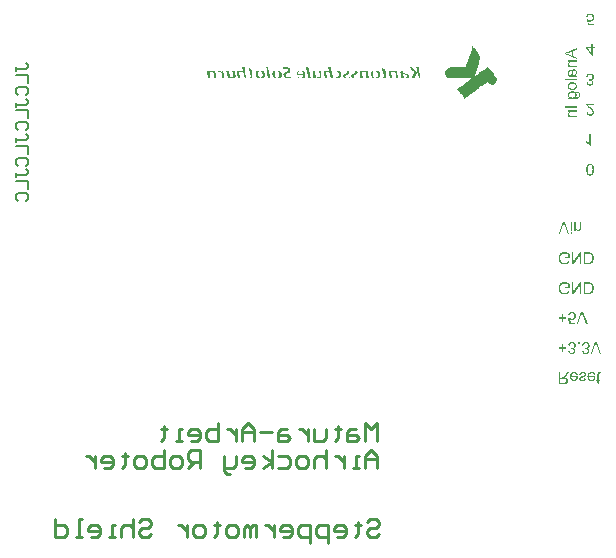
<source format=gbo>
G04*
G04 #@! TF.GenerationSoftware,Altium Limited,Altium Designer,19.1.6 (110)*
G04*
G04 Layer_Color=32896*
%FSLAX25Y25*%
%MOIN*%
G70*
G01*
G75*
%ADD11C,0.01000*%
%ADD65C,0.00787*%
G36*
X65217Y199761D02*
X64923D01*
Y199467D01*
Y199173D01*
Y198878D01*
Y198584D01*
X65217D01*
Y198290D01*
Y197995D01*
Y197701D01*
Y197406D01*
X66100D01*
Y197701D01*
X65806D01*
Y197995D01*
Y198290D01*
Y198584D01*
Y198878D01*
Y199173D01*
Y199467D01*
X66689D01*
Y199173D01*
X66984D01*
Y198878D01*
Y198584D01*
Y198290D01*
X67278D01*
Y197995D01*
Y197701D01*
Y197406D01*
X68161D01*
Y197701D01*
X67867D01*
Y197995D01*
Y198290D01*
Y198584D01*
Y198878D01*
Y199173D01*
X67572D01*
Y199467D01*
Y199761D01*
Y200056D01*
X66984D01*
Y199761D01*
X66395D01*
Y200056D01*
X65217D01*
Y199761D01*
D02*
G37*
G36*
X70222D02*
Y199467D01*
Y199173D01*
X70516D01*
Y198878D01*
Y198584D01*
Y198290D01*
Y197995D01*
Y197701D01*
X70811D01*
Y197406D01*
X69928D01*
Y197701D01*
Y197995D01*
Y198290D01*
X69633D01*
Y198584D01*
Y198878D01*
Y199173D01*
X69339D01*
Y199467D01*
X68456D01*
Y199761D01*
Y200056D01*
X69044D01*
Y199761D01*
X69339D01*
Y199467D01*
X69633D01*
Y199761D01*
Y200056D01*
X70222D01*
Y199761D01*
D02*
G37*
G36*
X74049D02*
Y199467D01*
Y199173D01*
Y198878D01*
Y198584D01*
X74344D01*
Y198290D01*
Y197995D01*
X74049D01*
Y197701D01*
Y197406D01*
X72872D01*
Y197701D01*
X72577D01*
Y197995D01*
X72283D01*
Y197701D01*
Y197406D01*
X71694D01*
Y197701D01*
Y197995D01*
Y198290D01*
X71400D01*
Y198584D01*
Y198878D01*
Y199173D01*
Y199467D01*
X71105D01*
Y199761D01*
Y200056D01*
X71988D01*
Y199761D01*
Y199467D01*
Y199173D01*
Y198878D01*
X72283D01*
Y198584D01*
Y198290D01*
X72577D01*
Y197995D01*
X73461D01*
Y198290D01*
Y198584D01*
Y198878D01*
Y199173D01*
Y199467D01*
X73166D01*
Y199761D01*
Y200056D01*
X74049D01*
Y199761D01*
D02*
G37*
G36*
X76405Y200939D02*
Y200645D01*
X76699D01*
Y200350D01*
Y200056D01*
Y199761D01*
X76405D01*
Y200056D01*
X75227D01*
Y199761D01*
X74932D01*
Y199467D01*
Y199173D01*
Y198878D01*
Y198584D01*
Y198290D01*
X75227D01*
Y197995D01*
Y197701D01*
Y197406D01*
X75816D01*
Y197701D01*
Y197995D01*
Y198290D01*
Y198584D01*
X75521D01*
Y198878D01*
Y199173D01*
Y199467D01*
X76699D01*
Y199173D01*
X76993D01*
Y198878D01*
Y198584D01*
Y198290D01*
Y197995D01*
X77288D01*
Y197701D01*
Y197406D01*
X77877D01*
Y197701D01*
Y197995D01*
Y198290D01*
Y198584D01*
X77582D01*
Y198878D01*
Y199173D01*
Y199467D01*
Y199761D01*
Y200056D01*
X77288D01*
Y200350D01*
Y200645D01*
Y200939D01*
Y201234D01*
X76405D01*
Y200939D01*
D02*
G37*
G36*
X78760Y200645D02*
Y200350D01*
Y200056D01*
X78171D01*
Y199761D01*
X79054D01*
Y199467D01*
Y199173D01*
Y198878D01*
Y198584D01*
X79349D01*
Y198290D01*
Y197995D01*
X79054D01*
Y197701D01*
X78760D01*
Y197406D01*
X79643D01*
Y197701D01*
X79937D01*
Y197995D01*
Y198290D01*
Y198584D01*
Y198878D01*
Y199173D01*
X79643D01*
Y199467D01*
Y199761D01*
X80232D01*
Y200056D01*
X79643D01*
Y200350D01*
X79349D01*
Y200645D01*
X79054D01*
Y200939D01*
X78760D01*
Y200645D01*
D02*
G37*
G36*
X81409Y199761D02*
X81115D01*
Y199467D01*
Y199173D01*
Y198878D01*
Y198584D01*
Y198290D01*
Y197995D01*
X81409D01*
Y197701D01*
X81998D01*
Y197406D01*
X83470D01*
Y197701D01*
X83765D01*
Y197995D01*
X84059D01*
Y198290D01*
Y198584D01*
Y198878D01*
Y199173D01*
X83765D01*
Y199467D01*
Y199761D01*
X83176D01*
Y200056D01*
X81409D01*
Y199761D01*
D02*
G37*
G36*
X84354Y200939D02*
X84648D01*
Y200645D01*
Y200350D01*
Y200056D01*
Y199761D01*
Y199467D01*
X84942D01*
Y199173D01*
Y198878D01*
Y198584D01*
Y198290D01*
X85237D01*
Y197995D01*
Y197701D01*
Y197406D01*
X85826D01*
Y197701D01*
Y197995D01*
Y198290D01*
Y198584D01*
Y198878D01*
X85531D01*
Y199173D01*
Y199467D01*
Y199761D01*
Y200056D01*
Y200350D01*
X85237D01*
Y200645D01*
Y200939D01*
Y201234D01*
X84354D01*
Y200939D01*
D02*
G37*
G36*
X87003Y199761D02*
X86709D01*
Y199467D01*
Y199173D01*
X86414D01*
Y198878D01*
Y198584D01*
X86709D01*
Y198290D01*
Y197995D01*
X87003D01*
Y197701D01*
X87298D01*
Y197406D01*
X89064D01*
Y197701D01*
X89358D01*
Y197995D01*
X89653D01*
Y198290D01*
Y198584D01*
Y198878D01*
Y199173D01*
X89358D01*
Y199467D01*
X89064D01*
Y199761D01*
X88770D01*
Y200056D01*
X87003D01*
Y199761D01*
D02*
G37*
G36*
X90242Y200939D02*
Y200645D01*
X91714D01*
Y200350D01*
Y200056D01*
Y199761D01*
X91419D01*
Y199467D01*
X90830D01*
Y199173D01*
X90536D01*
Y198878D01*
X90242D01*
Y198584D01*
X90536D01*
Y198290D01*
Y197995D01*
X90830D01*
Y197701D01*
X91125D01*
Y197406D01*
X93186D01*
Y197701D01*
X92891D01*
Y197995D01*
X91125D01*
Y198290D01*
Y198584D01*
Y198878D01*
X91419D01*
Y199173D01*
X92302D01*
Y199467D01*
X92597D01*
Y199761D01*
Y200056D01*
Y200350D01*
Y200645D01*
X92302D01*
Y200939D01*
X91714D01*
Y201234D01*
X90242D01*
Y200939D01*
D02*
G37*
G36*
X95246Y199761D02*
X94952D01*
Y199467D01*
X94658D01*
Y199173D01*
Y198878D01*
Y198584D01*
X96719D01*
Y198290D01*
Y197995D01*
X96424D01*
Y197701D01*
X95541D01*
Y197995D01*
X95246D01*
Y197701D01*
Y197406D01*
X97013D01*
Y197701D01*
X97307D01*
Y197995D01*
Y198290D01*
X97602D01*
Y198584D01*
Y198878D01*
Y199173D01*
X97307D01*
Y199467D01*
X97013D01*
Y199761D01*
X96719D01*
Y200056D01*
X95246D01*
Y199761D01*
D02*
G37*
G36*
X97896Y200939D02*
Y200645D01*
Y200350D01*
X98191D01*
Y200056D01*
Y199761D01*
Y199467D01*
Y199173D01*
Y198878D01*
X98485D01*
Y198584D01*
Y198290D01*
Y197995D01*
Y197701D01*
Y197406D01*
X99368D01*
Y197701D01*
Y197995D01*
X99074D01*
Y198290D01*
Y198584D01*
Y198878D01*
Y199173D01*
Y199467D01*
X98779D01*
Y199761D01*
Y200056D01*
Y200350D01*
Y200645D01*
Y200939D01*
X98485D01*
Y201234D01*
X97896D01*
Y200939D01*
D02*
G37*
G36*
X99957Y199761D02*
Y199467D01*
Y199173D01*
X100251D01*
Y198878D01*
Y198584D01*
Y198290D01*
Y197995D01*
Y197701D01*
X100546D01*
Y197406D01*
X101135D01*
Y197701D01*
Y197995D01*
Y198290D01*
Y198584D01*
X100840D01*
Y198878D01*
Y199173D01*
Y199467D01*
Y199761D01*
X100546D01*
Y200056D01*
X99957D01*
Y199761D01*
D02*
G37*
G36*
X102018D02*
Y199467D01*
Y199173D01*
X102312D01*
Y198878D01*
Y198584D01*
Y198290D01*
Y197995D01*
X101429D01*
Y197701D01*
X101723D01*
Y197406D01*
X102607D01*
Y197701D01*
X102901D01*
Y197995D01*
Y198290D01*
Y198584D01*
Y198878D01*
Y199173D01*
Y199467D01*
Y199761D01*
X102607D01*
Y200056D01*
X102018D01*
Y199761D01*
D02*
G37*
G36*
X105256Y200939D02*
Y200645D01*
X105551D01*
Y200350D01*
Y200056D01*
Y199761D01*
X105256D01*
Y200056D01*
X104079D01*
Y199761D01*
X103784D01*
Y199467D01*
Y199173D01*
Y198878D01*
Y198584D01*
Y198290D01*
X104079D01*
Y197995D01*
Y197701D01*
Y197406D01*
X104667D01*
Y197701D01*
Y197995D01*
Y198290D01*
Y198584D01*
X104373D01*
Y198878D01*
Y199173D01*
Y199467D01*
X105551D01*
Y199173D01*
X105845D01*
Y198878D01*
Y198584D01*
Y198290D01*
Y197995D01*
X106140D01*
Y197701D01*
Y197406D01*
X106728D01*
Y197701D01*
Y197995D01*
Y198290D01*
Y198584D01*
X106434D01*
Y198878D01*
Y199173D01*
Y199467D01*
Y199761D01*
Y200056D01*
X106140D01*
Y200350D01*
Y200645D01*
Y200939D01*
Y201234D01*
X105256D01*
Y200939D01*
D02*
G37*
G36*
X107023Y199761D02*
X108200D01*
Y199467D01*
X108495D01*
Y199173D01*
X108789D01*
Y198878D01*
Y198584D01*
Y198290D01*
X108495D01*
Y197995D01*
X107612D01*
Y197701D01*
Y197406D01*
X108789D01*
Y197701D01*
X109084D01*
Y197995D01*
X109378D01*
Y198290D01*
Y198584D01*
Y198878D01*
Y199173D01*
Y199467D01*
X109084D01*
Y199761D01*
X108789D01*
Y200056D01*
X107023D01*
Y199761D01*
D02*
G37*
G36*
X109967D02*
X111439D01*
Y199467D01*
Y199173D01*
X111144D01*
Y198878D01*
X110556D01*
Y198584D01*
X110261D01*
Y198290D01*
Y197995D01*
X110556D01*
Y197701D01*
X110850D01*
Y197406D01*
X112322D01*
Y197701D01*
Y197995D01*
X112028D01*
Y197701D01*
X111144D01*
Y197995D01*
X110850D01*
Y198290D01*
X111144D01*
Y198584D01*
X111733D01*
Y198878D01*
X112028D01*
Y199173D01*
Y199467D01*
Y199761D01*
X111733D01*
Y200056D01*
X109967D01*
Y199761D01*
D02*
G37*
G36*
X112911D02*
X114088D01*
Y199467D01*
Y199173D01*
X113794D01*
Y198878D01*
X113205D01*
Y198584D01*
X112911D01*
Y198290D01*
Y197995D01*
X113205D01*
Y197701D01*
X113500D01*
Y197406D01*
X115266D01*
Y197701D01*
X113794D01*
Y197995D01*
Y198290D01*
Y198584D01*
X114383D01*
Y198878D01*
X114677D01*
Y199173D01*
X114972D01*
Y199467D01*
X114677D01*
Y199761D01*
X114383D01*
Y200056D01*
X112911D01*
Y199761D01*
D02*
G37*
G36*
X115855D02*
Y199467D01*
Y199173D01*
Y198878D01*
Y198584D01*
Y198290D01*
Y197995D01*
Y197701D01*
X116149D01*
Y197406D01*
X116738D01*
Y197701D01*
Y197995D01*
Y198290D01*
X116444D01*
Y198584D01*
Y198878D01*
Y199173D01*
Y199467D01*
X117621D01*
Y199173D01*
Y198878D01*
X117916D01*
Y198584D01*
Y198290D01*
Y197995D01*
Y197701D01*
X118210D01*
Y197406D01*
X118799D01*
Y197701D01*
Y197995D01*
Y198290D01*
X118505D01*
Y198584D01*
Y198878D01*
Y199173D01*
Y199467D01*
Y199761D01*
X118210D01*
Y200056D01*
X117621D01*
Y199761D01*
X117033D01*
Y200056D01*
X115855D01*
Y199761D01*
D02*
G37*
G36*
X128220D02*
Y199467D01*
Y199173D01*
Y198878D01*
Y198584D01*
X128514D01*
Y198290D01*
Y197995D01*
Y197701D01*
Y197406D01*
X127926D01*
Y197701D01*
Y197995D01*
X127631D01*
Y198290D01*
Y198584D01*
Y198878D01*
Y199173D01*
X127337D01*
Y199467D01*
X126159D01*
Y199173D01*
Y198878D01*
Y198584D01*
X126453D01*
Y198290D01*
Y197995D01*
Y197701D01*
Y197406D01*
X125865D01*
Y197701D01*
Y197995D01*
Y198290D01*
X125570D01*
Y198584D01*
Y198878D01*
Y199173D01*
Y199467D01*
Y199761D01*
X125865D01*
Y200056D01*
X127042D01*
Y199761D01*
X127337D01*
Y200056D01*
X128220D01*
Y199761D01*
D02*
G37*
G36*
X135286Y200939D02*
Y200645D01*
X135580D01*
Y200350D01*
Y200056D01*
Y199761D01*
Y199467D01*
Y199173D01*
X135874D01*
Y198878D01*
Y198584D01*
Y198290D01*
Y197995D01*
Y197701D01*
X136169D01*
Y197406D01*
X135286D01*
Y197701D01*
Y197995D01*
Y198290D01*
X134991D01*
Y198584D01*
Y198878D01*
Y199173D01*
X134697D01*
Y198878D01*
X134403D01*
Y198584D01*
Y198290D01*
X134108D01*
Y197995D01*
Y197701D01*
X133814D01*
Y197406D01*
X132930D01*
Y197701D01*
X133225D01*
Y197995D01*
Y198290D01*
X133519D01*
Y198584D01*
Y198878D01*
X133814D01*
Y199173D01*
Y199467D01*
Y199761D01*
X133519D01*
Y200056D01*
X133225D01*
Y200350D01*
X132930D01*
Y200645D01*
X132636D01*
Y200939D01*
X132342D01*
Y201234D01*
X133225D01*
Y200939D01*
X133519D01*
Y200645D01*
X133814D01*
Y200350D01*
X134108D01*
Y200056D01*
X134403D01*
Y199761D01*
Y199467D01*
X134697D01*
Y199761D01*
Y200056D01*
Y200350D01*
Y200645D01*
Y200939D01*
X134403D01*
Y201234D01*
X135286D01*
Y200939D01*
D02*
G37*
G36*
X131458Y199761D02*
X129986D01*
Y199467D01*
Y199173D01*
X130870D01*
Y198878D01*
X131753D01*
Y198584D01*
X132047D01*
Y198290D01*
Y197995D01*
Y197701D01*
X131753D01*
Y197406D01*
X130575D01*
Y197701D01*
X130281D01*
Y197406D01*
X129692D01*
Y197701D01*
X129398D01*
Y197995D01*
Y198290D01*
Y198584D01*
Y198878D01*
Y199173D01*
X129103D01*
Y199467D01*
X129398D01*
Y199761D01*
X129692D01*
Y200056D01*
X131458D01*
Y199761D01*
D02*
G37*
G36*
X123509Y200645D02*
X124098D01*
Y200350D01*
Y200056D01*
X124687D01*
Y199761D01*
X124393D01*
Y199467D01*
Y199173D01*
Y198878D01*
Y198584D01*
Y198290D01*
Y197995D01*
Y197701D01*
X124098D01*
Y197406D01*
X123215D01*
Y197701D01*
X123509D01*
Y197995D01*
X123804D01*
Y198290D01*
Y198584D01*
Y198878D01*
X123509D01*
Y199173D01*
Y199467D01*
Y199761D01*
X122626D01*
Y200056D01*
X123215D01*
Y200350D01*
Y200645D01*
Y200939D01*
X123509D01*
Y200645D01*
D02*
G37*
G36*
X121743Y199761D02*
X122037D01*
Y199467D01*
X122332D01*
Y199173D01*
Y198878D01*
Y198584D01*
Y198290D01*
Y197995D01*
X122037D01*
Y197701D01*
X121743D01*
Y197406D01*
X120271D01*
Y197701D01*
X119682D01*
Y197995D01*
Y198290D01*
X119388D01*
Y198584D01*
Y198878D01*
Y199173D01*
Y199467D01*
X119682D01*
Y199761D01*
X119977D01*
Y200056D01*
X121743D01*
Y199761D01*
D02*
G37*
G36*
X153539Y208005D02*
Y207711D01*
X153833D01*
Y207416D01*
X154128D01*
Y207122D01*
X154422D01*
Y206827D01*
Y206533D01*
X154717D01*
Y206239D01*
X155011D01*
Y205944D01*
Y205650D01*
X155305D01*
Y205355D01*
X155600D01*
Y205061D01*
X155894D01*
Y204766D01*
Y204472D01*
Y204178D01*
Y203883D01*
Y203589D01*
X155600D01*
Y203294D01*
Y203000D01*
Y202706D01*
X155305D01*
Y202411D01*
Y202117D01*
Y201822D01*
X155011D01*
Y201528D01*
Y201234D01*
Y200939D01*
X154717D01*
Y200645D01*
Y200350D01*
Y200056D01*
Y199761D01*
X154422D01*
Y199467D01*
Y199173D01*
Y198878D01*
X154128D01*
Y198584D01*
Y198290D01*
X154422D01*
Y198584D01*
X155011D01*
Y198878D01*
X155305D01*
Y199173D01*
X155600D01*
Y199467D01*
X156188D01*
Y199761D01*
X156483D01*
Y200056D01*
X156777D01*
Y200350D01*
X157366D01*
Y200645D01*
X157660D01*
Y200939D01*
X157955D01*
Y201234D01*
X158544D01*
Y200939D01*
X158838D01*
Y200645D01*
X159133D01*
Y200350D01*
X159427D01*
Y200056D01*
Y199761D01*
X159721D01*
Y199467D01*
X160016D01*
Y199173D01*
X160310D01*
Y198878D01*
Y198584D01*
X160605D01*
Y198290D01*
X160899D01*
Y197995D01*
X161193D01*
Y197701D01*
Y197406D01*
X161488D01*
Y197112D01*
Y196818D01*
Y196523D01*
X161193D01*
Y196229D01*
Y195934D01*
X160899D01*
Y195640D01*
X160310D01*
Y195345D01*
X159427D01*
Y195640D01*
X158838D01*
Y195934D01*
X158544D01*
Y196229D01*
X157955D01*
Y195934D01*
X157660D01*
Y195640D01*
X157072D01*
Y195345D01*
X156777D01*
Y195051D01*
X156483D01*
Y194757D01*
X155894D01*
Y194462D01*
X155600D01*
Y194168D01*
X155305D01*
Y193873D01*
X154717D01*
Y193579D01*
X154422D01*
Y193285D01*
X154128D01*
Y192990D01*
X153539D01*
Y192696D01*
X153244D01*
Y192401D01*
X152950D01*
Y192107D01*
X152361D01*
Y191813D01*
X152067D01*
Y191518D01*
X151772D01*
Y191224D01*
X151184D01*
Y190929D01*
X150889D01*
Y190635D01*
X150595D01*
Y190929D01*
X150300D01*
Y191224D01*
X150006D01*
Y191518D01*
Y191813D01*
X149712D01*
Y192107D01*
X149417D01*
Y192401D01*
X149123D01*
Y192696D01*
Y192990D01*
X148828D01*
Y193285D01*
X148534D01*
Y193579D01*
X148240D01*
Y193873D01*
X148534D01*
Y194168D01*
X148828D01*
Y194462D01*
X149417D01*
Y194757D01*
X149712D01*
Y195051D01*
X150006D01*
Y195345D01*
X150595D01*
Y195640D01*
X150889D01*
Y195934D01*
X151184D01*
Y196229D01*
X151772D01*
Y196523D01*
X152067D01*
Y196818D01*
X152361D01*
Y197112D01*
X152656D01*
Y197406D01*
X145296D01*
Y197701D01*
X144707D01*
Y197995D01*
X144412D01*
Y198290D01*
Y198584D01*
X144118D01*
Y198878D01*
Y199173D01*
Y199467D01*
Y199761D01*
Y200056D01*
X144412D01*
Y200350D01*
X144707D01*
Y200645D01*
X145001D01*
Y200939D01*
X145884D01*
Y201234D01*
X151184D01*
Y201528D01*
Y201822D01*
Y202117D01*
X151478D01*
Y202411D01*
Y202706D01*
Y203000D01*
X151772D01*
Y203294D01*
Y203589D01*
Y203883D01*
X152067D01*
Y204178D01*
Y204472D01*
Y204766D01*
X152361D01*
Y205061D01*
Y205355D01*
Y205650D01*
X152656D01*
Y205944D01*
Y206239D01*
Y206533D01*
X152950D01*
Y206827D01*
Y207122D01*
Y207416D01*
X153244D01*
Y207711D01*
Y208005D01*
Y208299D01*
X153539D01*
Y208005D01*
D02*
G37*
G36*
X188000Y206945D02*
X186800Y206515D01*
Y204847D01*
X188000Y204387D01*
Y203789D01*
X184031Y205415D01*
Y205982D01*
X188000Y207500D01*
Y206945D01*
D02*
G37*
G36*
Y202946D02*
X186431D01*
X186332Y202942D01*
X186237Y202938D01*
X186155Y202925D01*
X186078Y202912D01*
X186009Y202895D01*
X185949Y202877D01*
X185893Y202856D01*
X185846Y202835D01*
X185803Y202813D01*
X185768Y202792D01*
X185742Y202774D01*
X185717Y202757D01*
X185699Y202744D01*
X185687Y202731D01*
X185682Y202727D01*
X185678Y202723D01*
X185644Y202680D01*
X185614Y202632D01*
X185562Y202542D01*
X185528Y202452D01*
X185506Y202370D01*
X185489Y202297D01*
X185485Y202263D01*
Y202237D01*
X185480Y202215D01*
Y202185D01*
X185485Y202112D01*
X185493Y202048D01*
X185510Y201992D01*
X185523Y201940D01*
X185540Y201901D01*
X185558Y201871D01*
X185566Y201850D01*
X185571Y201846D01*
X185605Y201794D01*
X185644Y201751D01*
X185682Y201716D01*
X185721Y201691D01*
X185755Y201669D01*
X185781Y201656D01*
X185798Y201648D01*
X185807Y201643D01*
X185867Y201622D01*
X185936Y201609D01*
X186009Y201596D01*
X186082Y201592D01*
X186147Y201588D01*
X186177Y201583D01*
X186203D01*
X186220D01*
X186237D01*
X186246D01*
X186250D01*
X188000D01*
Y201097D01*
X186233D01*
X186172D01*
X186117D01*
X186061Y201102D01*
X186013D01*
X185970Y201106D01*
X185932D01*
X185867Y201110D01*
X185820Y201119D01*
X185785Y201123D01*
X185764Y201127D01*
X185760D01*
X185682Y201145D01*
X185614Y201170D01*
X185553Y201192D01*
X185502Y201218D01*
X185459Y201243D01*
X185424Y201261D01*
X185407Y201274D01*
X185398Y201278D01*
X185343Y201321D01*
X185295Y201373D01*
X185257Y201428D01*
X185218Y201480D01*
X185192Y201532D01*
X185171Y201570D01*
X185158Y201596D01*
X185153Y201600D01*
Y201605D01*
X185123Y201686D01*
X185098Y201768D01*
X185080Y201850D01*
X185072Y201923D01*
X185063Y201987D01*
Y202013D01*
X185059Y202039D01*
Y202082D01*
X185063Y202189D01*
X185080Y202293D01*
X185102Y202387D01*
X185132Y202478D01*
X185171Y202559D01*
X185209Y202632D01*
X185252Y202701D01*
X185295Y202761D01*
X185343Y202817D01*
X185386Y202865D01*
X185424Y202903D01*
X185463Y202933D01*
X185493Y202959D01*
X185515Y202981D01*
X185532Y202989D01*
X185536Y202994D01*
X185123D01*
Y203432D01*
X188000D01*
Y202946D01*
D02*
G37*
G36*
X187308Y200508D02*
X187372Y200500D01*
X187432Y200491D01*
X187488Y200474D01*
X187592Y200431D01*
X187673Y200383D01*
X187712Y200362D01*
X187742Y200341D01*
X187772Y200319D01*
X187794Y200297D01*
X187811Y200280D01*
X187824Y200272D01*
X187832Y200263D01*
X187837Y200259D01*
X187875Y200207D01*
X187910Y200156D01*
X187944Y200095D01*
X187970Y200040D01*
X188009Y199919D01*
X188034Y199799D01*
X188047Y199747D01*
X188052Y199696D01*
X188056Y199648D01*
X188060Y199609D01*
X188065Y199579D01*
Y199532D01*
X188060Y199425D01*
X188052Y199326D01*
X188034Y199235D01*
X188017Y199154D01*
X188000Y199089D01*
X187991Y199059D01*
X187983Y199038D01*
X187978Y199020D01*
X187974Y199007D01*
X187970Y198999D01*
Y198995D01*
X187927Y198900D01*
X187880Y198805D01*
X187824Y198719D01*
X187768Y198638D01*
X187721Y198569D01*
X187695Y198543D01*
X187678Y198517D01*
X187660Y198496D01*
X187647Y198483D01*
X187643Y198474D01*
X187639Y198470D01*
X187716Y198461D01*
X187785Y198449D01*
X187845Y198431D01*
X187897Y198414D01*
X187940Y198401D01*
X187974Y198388D01*
X187991Y198380D01*
X188000Y198375D01*
Y197868D01*
X187940Y197898D01*
X187875Y197924D01*
X187819Y197945D01*
X187768Y197963D01*
X187721Y197976D01*
X187686Y197984D01*
X187665Y197988D01*
X187656D01*
X187617Y197993D01*
X187566Y197997D01*
X187510Y198001D01*
X187445Y198006D01*
X187376Y198010D01*
X187303D01*
X187157Y198014D01*
X187088D01*
X187020Y198019D01*
X186959D01*
X186904D01*
X186861D01*
X186826D01*
X186805D01*
X186796D01*
X186147D01*
X186086D01*
X186035D01*
X185988Y198023D01*
X185940D01*
X185863Y198027D01*
X185803Y198031D01*
X185755Y198036D01*
X185725Y198040D01*
X185704Y198044D01*
X185699D01*
X185626Y198062D01*
X185562Y198087D01*
X185506Y198113D01*
X185459Y198139D01*
X185420Y198160D01*
X185390Y198182D01*
X185373Y198195D01*
X185368Y198199D01*
X185321Y198246D01*
X185278Y198298D01*
X185239Y198354D01*
X185209Y198410D01*
X185184Y198461D01*
X185166Y198500D01*
X185158Y198517D01*
X185153Y198530D01*
X185149Y198535D01*
Y198539D01*
X185119Y198629D01*
X185098Y198728D01*
X185080Y198827D01*
X185072Y198922D01*
X185063Y199003D01*
Y199042D01*
X185059Y199072D01*
Y199132D01*
X185063Y199266D01*
X185076Y199390D01*
X185093Y199502D01*
X185102Y199554D01*
X185110Y199597D01*
X185119Y199640D01*
X185128Y199678D01*
X185136Y199708D01*
X185145Y199734D01*
X185153Y199756D01*
X185158Y199773D01*
X185162Y199782D01*
Y199786D01*
X185205Y199885D01*
X185252Y199971D01*
X185300Y200044D01*
X185347Y200104D01*
X185390Y200151D01*
X185424Y200186D01*
X185446Y200207D01*
X185450Y200216D01*
X185454D01*
X185528Y200267D01*
X185609Y200310D01*
X185691Y200345D01*
X185768Y200375D01*
X185837Y200396D01*
X185867Y200405D01*
X185893Y200414D01*
X185915Y200418D01*
X185932Y200422D01*
X185940Y200427D01*
X185945D01*
X186009Y199949D01*
X185953Y199932D01*
X185902Y199915D01*
X185816Y199880D01*
X185738Y199837D01*
X185682Y199799D01*
X185639Y199764D01*
X185605Y199734D01*
X185588Y199717D01*
X185583Y199708D01*
X185545Y199640D01*
X185515Y199558D01*
X185493Y199476D01*
X185476Y199395D01*
X185467Y199317D01*
Y199287D01*
X185463Y199257D01*
Y199201D01*
X185472Y199072D01*
X185489Y198960D01*
X185515Y198866D01*
X185545Y198788D01*
X185579Y198728D01*
X185592Y198706D01*
X185605Y198685D01*
X185614Y198668D01*
X185622Y198659D01*
X185631Y198651D01*
X185682Y198603D01*
X185747Y198569D01*
X185816Y198543D01*
X185884Y198526D01*
X185949Y198517D01*
X186001Y198509D01*
X186018D01*
X186035D01*
X186044D01*
X186048D01*
X186061D01*
X186078D01*
X186121D01*
X186138Y198513D01*
X186155D01*
X186168D01*
X186172D01*
X186190Y198569D01*
X186207Y198629D01*
X186224Y198698D01*
X186241Y198767D01*
X186271Y198909D01*
X186297Y199050D01*
X186306Y199119D01*
X186314Y199179D01*
X186323Y199235D01*
X186332Y199287D01*
X186336Y199326D01*
X186340Y199356D01*
X186345Y199373D01*
Y199382D01*
X186357Y199485D01*
X186370Y199571D01*
X186383Y199648D01*
X186392Y199708D01*
X186405Y199756D01*
X186409Y199790D01*
X186418Y199807D01*
Y199816D01*
X186439Y199885D01*
X186465Y199953D01*
X186491Y200014D01*
X186516Y200065D01*
X186538Y200108D01*
X186559Y200138D01*
X186572Y200160D01*
X186577Y200168D01*
X186620Y200224D01*
X186663Y200272D01*
X186710Y200315D01*
X186753Y200349D01*
X186796Y200379D01*
X186826Y200401D01*
X186848Y200414D01*
X186856Y200418D01*
X186925Y200448D01*
X186989Y200474D01*
X187054Y200491D01*
X187114Y200500D01*
X187166Y200508D01*
X187209Y200513D01*
X187235D01*
X187239D01*
X187243D01*
X187308Y200508D01*
D02*
G37*
G36*
X188000Y196793D02*
X184031D01*
Y197279D01*
X188000D01*
Y196793D01*
D02*
G37*
G36*
X186697Y196212D02*
X186822Y196200D01*
X186938Y196182D01*
X187045Y196161D01*
X187144Y196131D01*
X187235Y196101D01*
X187316Y196066D01*
X187394Y196032D01*
X187458Y195998D01*
X187518Y195963D01*
X187566Y195933D01*
X187604Y195903D01*
X187639Y195881D01*
X187660Y195864D01*
X187673Y195851D01*
X187678Y195847D01*
X187746Y195774D01*
X187806Y195696D01*
X187858Y195619D01*
X187901Y195537D01*
X187940Y195456D01*
X187970Y195374D01*
X187996Y195297D01*
X188017Y195219D01*
X188030Y195146D01*
X188043Y195082D01*
X188052Y195021D01*
X188060Y194970D01*
Y194927D01*
X188065Y194897D01*
Y194871D01*
X188056Y194733D01*
X188039Y194604D01*
X188009Y194488D01*
X187996Y194432D01*
X187978Y194385D01*
X187961Y194338D01*
X187948Y194299D01*
X187931Y194265D01*
X187918Y194235D01*
X187910Y194209D01*
X187901Y194192D01*
X187892Y194183D01*
Y194179D01*
X187819Y194067D01*
X187742Y193968D01*
X187660Y193886D01*
X187579Y193817D01*
X187510Y193762D01*
X187475Y193740D01*
X187450Y193723D01*
X187428Y193710D01*
X187411Y193701D01*
X187402Y193693D01*
X187398D01*
X187334Y193663D01*
X187269Y193637D01*
X187127Y193594D01*
X186981Y193564D01*
X186843Y193546D01*
X186779Y193538D01*
X186719Y193534D01*
X186663Y193529D01*
X186615D01*
X186577Y193525D01*
X186551D01*
X186529D01*
X186525D01*
X186400Y193529D01*
X186280Y193542D01*
X186168Y193559D01*
X186065Y193585D01*
X185970Y193611D01*
X185884Y193645D01*
X185803Y193680D01*
X185730Y193714D01*
X185665Y193749D01*
X185609Y193783D01*
X185562Y193817D01*
X185523Y193843D01*
X185489Y193869D01*
X185467Y193886D01*
X185454Y193899D01*
X185450Y193903D01*
X185381Y193976D01*
X185321Y194054D01*
X185269Y194131D01*
X185222Y194213D01*
X185188Y194295D01*
X185153Y194372D01*
X185128Y194454D01*
X185106Y194527D01*
X185093Y194600D01*
X185080Y194665D01*
X185072Y194720D01*
X185063Y194772D01*
Y194815D01*
X185059Y194845D01*
Y194871D01*
X185063Y194970D01*
X185072Y195064D01*
X185089Y195150D01*
X185110Y195236D01*
X185132Y195318D01*
X185162Y195391D01*
X185188Y195460D01*
X185218Y195520D01*
X185248Y195580D01*
X185278Y195628D01*
X185308Y195671D01*
X185330Y195709D01*
X185351Y195735D01*
X185368Y195757D01*
X185377Y195770D01*
X185381Y195774D01*
X185459Y195851D01*
X185540Y195920D01*
X185631Y195980D01*
X185725Y196032D01*
X185824Y196071D01*
X185923Y196109D01*
X186022Y196139D01*
X186117Y196161D01*
X186207Y196178D01*
X186289Y196195D01*
X186366Y196204D01*
X186435Y196208D01*
X186486Y196212D01*
X186529Y196217D01*
X186555D01*
X186559D01*
X186564D01*
X186697Y196212D01*
D02*
G37*
G36*
X186658Y193138D02*
X186762Y193129D01*
X186865Y193112D01*
X186959Y193091D01*
X187050Y193069D01*
X187136Y193039D01*
X187213Y193009D01*
X187286Y192979D01*
X187351Y192949D01*
X187407Y192923D01*
X187458Y192893D01*
X187497Y192871D01*
X187531Y192850D01*
X187553Y192833D01*
X187570Y192824D01*
X187574Y192820D01*
X187647Y192755D01*
X187716Y192686D01*
X187772Y192613D01*
X187819Y192536D01*
X187862Y192463D01*
X187897Y192385D01*
X187923Y192308D01*
X187948Y192235D01*
X187966Y192166D01*
X187978Y192106D01*
X187987Y192046D01*
X187991Y191999D01*
X187996Y191955D01*
X188000Y191925D01*
Y191900D01*
X187996Y191814D01*
X187983Y191728D01*
X187966Y191650D01*
X187940Y191577D01*
X187914Y191504D01*
X187880Y191439D01*
X187849Y191379D01*
X187811Y191323D01*
X187776Y191276D01*
X187742Y191229D01*
X187712Y191194D01*
X187686Y191160D01*
X187660Y191139D01*
X187643Y191117D01*
X187630Y191108D01*
X187626Y191104D01*
X187712D01*
X187789D01*
X187858Y191108D01*
X187923D01*
X187978Y191113D01*
X188030D01*
X188073Y191117D01*
X188112Y191121D01*
X188146Y191126D01*
X188172D01*
X188198Y191130D01*
X188215Y191134D01*
X188228D01*
X188236Y191139D01*
X188245D01*
X188331Y191169D01*
X188409Y191207D01*
X188473Y191250D01*
X188525Y191289D01*
X188568Y191332D01*
X188598Y191362D01*
X188619Y191384D01*
X188623Y191388D01*
Y191392D01*
X188671Y191465D01*
X188701Y191551D01*
X188727Y191637D01*
X188744Y191719D01*
X188752Y191796D01*
X188757Y191826D01*
Y191857D01*
X188761Y191878D01*
Y191912D01*
X188757Y192024D01*
X188740Y192123D01*
X188718Y192205D01*
X188692Y192278D01*
X188666Y192334D01*
X188645Y192373D01*
X188628Y192398D01*
X188623Y192407D01*
X188581Y192454D01*
X188529Y192489D01*
X188477Y192519D01*
X188421Y192540D01*
X188374Y192553D01*
X188335Y192562D01*
X188310Y192570D01*
X188305D01*
X188301D01*
X188236Y193043D01*
X188322D01*
X188400Y193035D01*
X188473Y193022D01*
X188542Y193000D01*
X188602Y192979D01*
X188662Y192953D01*
X188714Y192927D01*
X188757Y192897D01*
X188800Y192867D01*
X188834Y192841D01*
X188864Y192815D01*
X188890Y192790D01*
X188907Y192772D01*
X188920Y192755D01*
X188929Y192747D01*
X188933Y192742D01*
X188972Y192682D01*
X189011Y192613D01*
X189041Y192549D01*
X189066Y192476D01*
X189109Y192338D01*
X189135Y192205D01*
X189144Y192145D01*
X189152Y192089D01*
X189157Y192037D01*
X189161Y191994D01*
X189165Y191960D01*
Y191908D01*
X189157Y191753D01*
X189139Y191612D01*
X189127Y191547D01*
X189114Y191491D01*
X189101Y191435D01*
X189084Y191384D01*
X189066Y191336D01*
X189053Y191298D01*
X189041Y191263D01*
X189028Y191233D01*
X189015Y191212D01*
X189011Y191194D01*
X189002Y191186D01*
Y191182D01*
X188937Y191078D01*
X188864Y190988D01*
X188791Y190915D01*
X188718Y190855D01*
X188658Y190807D01*
X188606Y190773D01*
X188585Y190760D01*
X188572Y190752D01*
X188563Y190747D01*
X188559D01*
X188503Y190721D01*
X188439Y190700D01*
X188365Y190683D01*
X188292Y190665D01*
X188133Y190644D01*
X187978Y190627D01*
X187905Y190622D01*
X187837Y190618D01*
X187772Y190614D01*
X187716Y190610D01*
X187673D01*
X187639D01*
X187617D01*
X187609D01*
X185123D01*
Y191057D01*
X185476D01*
X185403Y191121D01*
X185338Y191186D01*
X185282Y191259D01*
X185235Y191328D01*
X185192Y191401D01*
X185162Y191470D01*
X185132Y191538D01*
X185110Y191603D01*
X185093Y191663D01*
X185080Y191719D01*
X185072Y191771D01*
X185063Y191814D01*
Y191848D01*
X185059Y191878D01*
Y191968D01*
X185067Y192037D01*
X185089Y192162D01*
X185119Y192274D01*
X185136Y192325D01*
X185153Y192373D01*
X185175Y192416D01*
X185192Y192450D01*
X185209Y192484D01*
X185222Y192510D01*
X185235Y192532D01*
X185244Y192549D01*
X185248Y192558D01*
X185252Y192562D01*
X185330Y192661D01*
X185416Y192751D01*
X185506Y192824D01*
X185592Y192884D01*
X185669Y192932D01*
X185704Y192953D01*
X185734Y192966D01*
X185755Y192979D01*
X185773Y192988D01*
X185785Y192996D01*
X185790D01*
X185923Y193043D01*
X186056Y193082D01*
X186181Y193108D01*
X186297Y193125D01*
X186353Y193129D01*
X186400Y193134D01*
X186439Y193138D01*
X186478D01*
X186508Y193142D01*
X186529D01*
X186542D01*
X186547D01*
X186658Y193138D01*
D02*
G37*
G36*
X188000Y187655D02*
X184031D01*
Y188180D01*
X188000D01*
Y187655D01*
D02*
G37*
G36*
Y186305D02*
X186431D01*
X186332Y186301D01*
X186237Y186297D01*
X186155Y186284D01*
X186078Y186271D01*
X186009Y186254D01*
X185949Y186237D01*
X185893Y186215D01*
X185846Y186194D01*
X185803Y186172D01*
X185768Y186151D01*
X185742Y186133D01*
X185717Y186116D01*
X185699Y186103D01*
X185687Y186090D01*
X185682Y186086D01*
X185678Y186082D01*
X185644Y186039D01*
X185614Y185991D01*
X185562Y185901D01*
X185528Y185811D01*
X185506Y185729D01*
X185489Y185656D01*
X185485Y185622D01*
Y185596D01*
X185480Y185574D01*
Y185544D01*
X185485Y185471D01*
X185493Y185407D01*
X185510Y185351D01*
X185523Y185299D01*
X185540Y185260D01*
X185558Y185230D01*
X185566Y185209D01*
X185571Y185205D01*
X185605Y185153D01*
X185644Y185110D01*
X185682Y185075D01*
X185721Y185050D01*
X185755Y185028D01*
X185781Y185015D01*
X185798Y185007D01*
X185807Y185002D01*
X185867Y184981D01*
X185936Y184968D01*
X186009Y184955D01*
X186082Y184951D01*
X186147Y184947D01*
X186177Y184942D01*
X186203D01*
X186220D01*
X186237D01*
X186246D01*
X186250D01*
X188000D01*
Y184456D01*
X186233D01*
X186172D01*
X186117D01*
X186061Y184461D01*
X186013D01*
X185970Y184465D01*
X185932D01*
X185867Y184469D01*
X185820Y184478D01*
X185785Y184482D01*
X185764Y184486D01*
X185760D01*
X185682Y184504D01*
X185614Y184529D01*
X185553Y184551D01*
X185502Y184577D01*
X185459Y184602D01*
X185424Y184620D01*
X185407Y184633D01*
X185398Y184637D01*
X185343Y184680D01*
X185295Y184731D01*
X185257Y184787D01*
X185218Y184839D01*
X185192Y184891D01*
X185171Y184929D01*
X185158Y184955D01*
X185153Y184959D01*
Y184964D01*
X185123Y185045D01*
X185098Y185127D01*
X185080Y185209D01*
X185072Y185282D01*
X185063Y185346D01*
Y185372D01*
X185059Y185398D01*
Y185441D01*
X185063Y185548D01*
X185080Y185652D01*
X185102Y185746D01*
X185132Y185837D01*
X185171Y185918D01*
X185209Y185991D01*
X185252Y186060D01*
X185295Y186120D01*
X185343Y186176D01*
X185386Y186224D01*
X185424Y186262D01*
X185463Y186292D01*
X185493Y186318D01*
X185515Y186340D01*
X185532Y186348D01*
X185536Y186353D01*
X185123D01*
Y186791D01*
X188000D01*
Y186305D01*
D02*
G37*
G36*
X192572Y169060D02*
X192645Y169056D01*
X192718Y169043D01*
X192787Y169030D01*
X192851Y169009D01*
X192907Y168991D01*
X192963Y168970D01*
X193010Y168948D01*
X193058Y168927D01*
X193096Y168905D01*
X193131Y168884D01*
X193157Y168867D01*
X193178Y168854D01*
X193195Y168841D01*
X193204Y168837D01*
X193208Y168832D01*
X193260Y168785D01*
X193311Y168738D01*
X193397Y168630D01*
X193470Y168523D01*
X193531Y168415D01*
X193556Y168364D01*
X193578Y168316D01*
X193595Y168278D01*
X193612Y168239D01*
X193625Y168213D01*
X193630Y168187D01*
X193638Y168174D01*
Y168170D01*
X193664Y168088D01*
X193685Y167998D01*
X193724Y167813D01*
X193750Y167624D01*
X193758Y167534D01*
X193767Y167443D01*
X193771Y167362D01*
X193776Y167284D01*
X193780Y167220D01*
X193784Y167160D01*
Y167112D01*
Y167074D01*
Y167052D01*
Y167043D01*
Y166936D01*
X193780Y166833D01*
X193776Y166738D01*
X193771Y166648D01*
X193763Y166566D01*
X193754Y166489D01*
X193746Y166420D01*
X193741Y166356D01*
X193733Y166300D01*
X193724Y166252D01*
X193716Y166209D01*
X193707Y166175D01*
X193703Y166145D01*
X193698Y166128D01*
X193694Y166115D01*
Y166110D01*
X193660Y165986D01*
X193617Y165870D01*
X193578Y165771D01*
X193539Y165685D01*
X193518Y165650D01*
X193505Y165616D01*
X193488Y165586D01*
X193475Y165564D01*
X193462Y165547D01*
X193457Y165534D01*
X193449Y165526D01*
Y165521D01*
X193389Y165435D01*
X193320Y165358D01*
X193255Y165293D01*
X193191Y165242D01*
X193135Y165199D01*
X193092Y165173D01*
X193075Y165160D01*
X193062Y165152D01*
X193053Y165147D01*
X193049D01*
X192954Y165104D01*
X192860Y165074D01*
X192765Y165048D01*
X192679Y165035D01*
X192602Y165027D01*
X192572Y165023D01*
X192542Y165018D01*
X192490D01*
X192413Y165023D01*
X192335Y165027D01*
X192262Y165040D01*
X192193Y165053D01*
X192133Y165070D01*
X192073Y165091D01*
X192017Y165113D01*
X191970Y165134D01*
X191922Y165156D01*
X191884Y165177D01*
X191849Y165194D01*
X191823Y165216D01*
X191802Y165229D01*
X191785Y165242D01*
X191776Y165246D01*
X191772Y165250D01*
X191720Y165298D01*
X191673Y165345D01*
X191587Y165453D01*
X191510Y165560D01*
X191449Y165667D01*
X191424Y165719D01*
X191402Y165762D01*
X191385Y165805D01*
X191368Y165840D01*
X191359Y165870D01*
X191350Y165895D01*
X191342Y165908D01*
Y165913D01*
X191316Y165994D01*
X191295Y166085D01*
X191260Y166270D01*
X191234Y166459D01*
X191226Y166549D01*
X191217Y166639D01*
X191213Y166721D01*
X191209Y166798D01*
X191204Y166867D01*
Y166927D01*
X191200Y166975D01*
Y167013D01*
Y167035D01*
Y167043D01*
X191204Y167246D01*
X191217Y167435D01*
X191234Y167607D01*
X191260Y167766D01*
X191290Y167912D01*
X191325Y168045D01*
X191359Y168161D01*
X191398Y168269D01*
X191432Y168359D01*
X191467Y168441D01*
X191501Y168506D01*
X191531Y168561D01*
X191557Y168604D01*
X191574Y168634D01*
X191587Y168652D01*
X191591Y168656D01*
X191656Y168729D01*
X191725Y168789D01*
X191798Y168845D01*
X191871Y168893D01*
X191944Y168931D01*
X192021Y168966D01*
X192094Y168991D01*
X192163Y169013D01*
X192232Y169030D01*
X192292Y169043D01*
X192348Y169052D01*
X192395Y169056D01*
X192434Y169060D01*
X192464Y169064D01*
X192490D01*
X192572Y169060D01*
D02*
G37*
G36*
X192662Y175018D02*
X192348D01*
X192292Y175117D01*
X192228Y175212D01*
X192155Y175302D01*
X192081Y175379D01*
X192017Y175452D01*
X191987Y175478D01*
X191965Y175504D01*
X191944Y175526D01*
X191927Y175539D01*
X191918Y175547D01*
X191914Y175551D01*
X191798Y175650D01*
X191673Y175736D01*
X191553Y175818D01*
X191441Y175887D01*
X191393Y175913D01*
X191346Y175938D01*
X191303Y175964D01*
X191269Y175981D01*
X191239Y175994D01*
X191217Y176007D01*
X191204Y176012D01*
X191200Y176016D01*
Y176485D01*
X191286Y176450D01*
X191376Y176411D01*
X191462Y176368D01*
X191540Y176330D01*
X191609Y176291D01*
X191639Y176278D01*
X191664Y176261D01*
X191686Y176252D01*
X191699Y176244D01*
X191707Y176235D01*
X191712D01*
X191815Y176171D01*
X191905Y176110D01*
X191987Y176055D01*
X192051Y176003D01*
X192107Y175960D01*
X192146Y175930D01*
X192167Y175908D01*
X192176Y175900D01*
Y179000D01*
X192662D01*
Y175018D01*
D02*
G37*
G36*
X193832Y188531D02*
X191875D01*
X191944Y188437D01*
X191978Y188394D01*
X192013Y188355D01*
X192043Y188321D01*
X192064Y188295D01*
X192081Y188278D01*
X192086Y188273D01*
X192112Y188248D01*
X192146Y188213D01*
X192185Y188179D01*
X192228Y188140D01*
X192318Y188054D01*
X192413Y187972D01*
X192503Y187895D01*
X192542Y187861D01*
X192580Y187830D01*
X192606Y187805D01*
X192632Y187787D01*
X192645Y187775D01*
X192649Y187770D01*
X192744Y187689D01*
X192834Y187611D01*
X192916Y187542D01*
X192989Y187473D01*
X193058Y187413D01*
X193118Y187353D01*
X193174Y187302D01*
X193225Y187254D01*
X193268Y187215D01*
X193303Y187177D01*
X193333Y187147D01*
X193359Y187121D01*
X193376Y187099D01*
X193393Y187086D01*
X193397Y187078D01*
X193402Y187074D01*
X193483Y186979D01*
X193548Y186893D01*
X193604Y186811D01*
X193651Y186738D01*
X193685Y186678D01*
X193711Y186631D01*
X193720Y186614D01*
X193724Y186601D01*
X193728Y186596D01*
Y186592D01*
X193763Y186506D01*
X193784Y186420D01*
X193801Y186343D01*
X193814Y186269D01*
X193823Y186209D01*
X193827Y186162D01*
Y186145D01*
Y186132D01*
Y186128D01*
Y186123D01*
X193823Y186037D01*
X193814Y185956D01*
X193797Y185878D01*
X193776Y185801D01*
X193750Y185732D01*
X193720Y185668D01*
X193690Y185607D01*
X193660Y185556D01*
X193630Y185504D01*
X193599Y185461D01*
X193569Y185422D01*
X193544Y185392D01*
X193522Y185371D01*
X193505Y185349D01*
X193496Y185341D01*
X193492Y185336D01*
X193427Y185281D01*
X193359Y185233D01*
X193286Y185190D01*
X193208Y185152D01*
X193135Y185121D01*
X193058Y185096D01*
X192984Y185074D01*
X192911Y185057D01*
X192847Y185044D01*
X192782Y185035D01*
X192727Y185027D01*
X192679Y185022D01*
X192640Y185018D01*
X192585D01*
X192481Y185022D01*
X192383Y185031D01*
X192292Y185044D01*
X192206Y185065D01*
X192124Y185087D01*
X192051Y185113D01*
X191983Y185139D01*
X191922Y185164D01*
X191867Y185195D01*
X191819Y185220D01*
X191776Y185246D01*
X191742Y185268D01*
X191716Y185289D01*
X191699Y185302D01*
X191686Y185311D01*
X191682Y185315D01*
X191621Y185371D01*
X191570Y185435D01*
X191523Y185500D01*
X191480Y185573D01*
X191445Y185642D01*
X191411Y185711D01*
X191385Y185784D01*
X191363Y185848D01*
X191342Y185913D01*
X191329Y185973D01*
X191316Y186029D01*
X191307Y186076D01*
X191303Y186115D01*
X191299Y186141D01*
X191295Y186158D01*
Y186166D01*
X191793Y186218D01*
X191798Y186149D01*
X191802Y186085D01*
X191828Y185973D01*
X191862Y185870D01*
X191879Y185827D01*
X191901Y185788D01*
X191918Y185754D01*
X191940Y185723D01*
X191957Y185698D01*
X191970Y185676D01*
X191987Y185659D01*
X191996Y185646D01*
X192000Y185642D01*
X192004Y185637D01*
X192047Y185599D01*
X192090Y185564D01*
X192137Y185538D01*
X192185Y185513D01*
X192279Y185474D01*
X192370Y185448D01*
X192447Y185435D01*
X192481Y185427D01*
X192511D01*
X192537Y185422D01*
X192632D01*
X192692Y185431D01*
X192800Y185452D01*
X192890Y185487D01*
X192972Y185521D01*
X193032Y185560D01*
X193058Y185577D01*
X193079Y185594D01*
X193096Y185607D01*
X193109Y185616D01*
X193114Y185620D01*
X193118Y185625D01*
X193157Y185663D01*
X193187Y185702D01*
X193217Y185741D01*
X193238Y185784D01*
X193277Y185865D01*
X193303Y185943D01*
X193316Y186007D01*
X193324Y186037D01*
Y186063D01*
X193328Y186080D01*
Y186098D01*
Y186106D01*
Y186110D01*
X193324Y186162D01*
X193320Y186214D01*
X193294Y186317D01*
X193255Y186416D01*
X193212Y186506D01*
X193169Y186583D01*
X193152Y186614D01*
X193131Y186644D01*
X193118Y186665D01*
X193105Y186682D01*
X193101Y186691D01*
X193096Y186695D01*
X193049Y186755D01*
X192993Y186820D01*
X192929Y186889D01*
X192860Y186958D01*
X192718Y187099D01*
X192572Y187233D01*
X192503Y187297D01*
X192434Y187353D01*
X192374Y187405D01*
X192322Y187448D01*
X192279Y187486D01*
X192249Y187512D01*
X192228Y187534D01*
X192219Y187538D01*
X192142Y187602D01*
X192073Y187663D01*
X192004Y187719D01*
X191944Y187775D01*
X191884Y187826D01*
X191832Y187878D01*
X191785Y187921D01*
X191742Y187964D01*
X191703Y188002D01*
X191673Y188037D01*
X191643Y188067D01*
X191621Y188088D01*
X191600Y188110D01*
X191587Y188123D01*
X191583Y188131D01*
X191578Y188136D01*
X191501Y188230D01*
X191437Y188325D01*
X191381Y188415D01*
X191338Y188497D01*
X191303Y188566D01*
X191290Y188596D01*
X191277Y188617D01*
X191269Y188639D01*
X191264Y188652D01*
X191260Y188660D01*
Y188665D01*
X191239Y188725D01*
X191226Y188785D01*
X191213Y188841D01*
X191209Y188892D01*
X191204Y188935D01*
Y188970D01*
Y188991D01*
Y189000D01*
X193832D01*
Y188531D01*
D02*
G37*
G36*
X192567Y199065D02*
X192666Y199052D01*
X192761Y199034D01*
X192851Y199013D01*
X192937Y198987D01*
X193015Y198957D01*
X193088Y198923D01*
X193152Y198888D01*
X193212Y198858D01*
X193264Y198824D01*
X193311Y198794D01*
X193346Y198768D01*
X193376Y198746D01*
X193397Y198729D01*
X193410Y198716D01*
X193414Y198712D01*
X193483Y198643D01*
X193539Y198570D01*
X193591Y198497D01*
X193634Y198419D01*
X193673Y198346D01*
X193703Y198273D01*
X193728Y198205D01*
X193750Y198136D01*
X193767Y198071D01*
X193776Y198015D01*
X193784Y197964D01*
X193793Y197916D01*
Y197882D01*
X193797Y197852D01*
Y197835D01*
Y197830D01*
Y197762D01*
X193789Y197693D01*
X193767Y197568D01*
X193733Y197461D01*
X193716Y197413D01*
X193698Y197370D01*
X193681Y197327D01*
X193664Y197293D01*
X193647Y197263D01*
X193630Y197241D01*
X193617Y197220D01*
X193608Y197207D01*
X193604Y197198D01*
X193599Y197194D01*
X193522Y197104D01*
X193432Y197031D01*
X193341Y196975D01*
X193255Y196927D01*
X193174Y196893D01*
X193139Y196880D01*
X193114Y196871D01*
X193088Y196863D01*
X193070Y196859D01*
X193058Y196854D01*
X193053D01*
X193148Y196803D01*
X193230Y196751D01*
X193303Y196695D01*
X193359Y196639D01*
X193406Y196592D01*
X193436Y196553D01*
X193457Y196528D01*
X193462Y196523D01*
Y196519D01*
X193509Y196437D01*
X193544Y196355D01*
X193569Y196278D01*
X193587Y196205D01*
X193595Y196145D01*
X193604Y196093D01*
Y196076D01*
Y196063D01*
Y196054D01*
Y196050D01*
X193599Y195951D01*
X193582Y195857D01*
X193556Y195771D01*
X193531Y195693D01*
X193505Y195629D01*
X193492Y195603D01*
X193479Y195581D01*
X193470Y195564D01*
X193462Y195547D01*
X193457Y195543D01*
Y195538D01*
X193397Y195452D01*
X193328Y195379D01*
X193260Y195315D01*
X193191Y195259D01*
X193131Y195216D01*
X193083Y195186D01*
X193062Y195173D01*
X193049Y195164D01*
X193040Y195160D01*
X193036D01*
X192933Y195113D01*
X192830Y195078D01*
X192727Y195053D01*
X192636Y195035D01*
X192554Y195027D01*
X192524Y195022D01*
X192494Y195018D01*
X192438D01*
X192352Y195022D01*
X192271Y195031D01*
X192193Y195044D01*
X192116Y195061D01*
X192047Y195083D01*
X191983Y195104D01*
X191922Y195130D01*
X191871Y195151D01*
X191819Y195177D01*
X191776Y195203D01*
X191742Y195225D01*
X191707Y195246D01*
X191686Y195263D01*
X191664Y195276D01*
X191656Y195285D01*
X191651Y195289D01*
X191596Y195341D01*
X191544Y195401D01*
X191497Y195461D01*
X191454Y195521D01*
X191415Y195586D01*
X191385Y195646D01*
X191329Y195771D01*
X191307Y195827D01*
X191290Y195878D01*
X191277Y195925D01*
X191264Y195964D01*
X191256Y195999D01*
X191252Y196024D01*
X191247Y196042D01*
Y196046D01*
X191733Y196132D01*
X191759Y196007D01*
X191793Y195900D01*
X191832Y195805D01*
X191875Y195732D01*
X191910Y195672D01*
X191944Y195633D01*
X191965Y195607D01*
X191974Y195599D01*
X192051Y195538D01*
X192129Y195495D01*
X192210Y195461D01*
X192284Y195440D01*
X192352Y195427D01*
X192378Y195422D01*
X192404D01*
X192426Y195418D01*
X192451D01*
X192554Y195427D01*
X192645Y195444D01*
X192727Y195474D01*
X192795Y195504D01*
X192847Y195538D01*
X192886Y195569D01*
X192911Y195586D01*
X192920Y195594D01*
X192954Y195629D01*
X192980Y195663D01*
X193027Y195741D01*
X193062Y195814D01*
X193083Y195882D01*
X193096Y195947D01*
X193101Y195994D01*
X193105Y196016D01*
Y196029D01*
Y196037D01*
Y196042D01*
X193101Y196102D01*
X193092Y196158D01*
X193083Y196214D01*
X193066Y196261D01*
X193023Y196347D01*
X192980Y196416D01*
X192933Y196472D01*
X192890Y196510D01*
X192873Y196523D01*
X192864Y196532D01*
X192856Y196540D01*
X192851D01*
X192757Y196596D01*
X192658Y196635D01*
X192563Y196665D01*
X192477Y196682D01*
X192404Y196695D01*
X192374Y196700D01*
X192344D01*
X192322Y196704D01*
X192266D01*
X192241Y196700D01*
X192219Y196695D01*
X192210D01*
X192159Y197121D01*
X192232Y197104D01*
X192301Y197091D01*
X192357Y197082D01*
X192408Y197074D01*
X192447D01*
X192477Y197069D01*
X192503D01*
X192563Y197074D01*
X192623Y197078D01*
X192731Y197104D01*
X192825Y197138D01*
X192907Y197177D01*
X192972Y197220D01*
X192997Y197237D01*
X193019Y197254D01*
X193036Y197267D01*
X193049Y197280D01*
X193053Y197284D01*
X193058Y197289D01*
X193096Y197332D01*
X193131Y197375D01*
X193161Y197418D01*
X193187Y197465D01*
X193225Y197555D01*
X193255Y197645D01*
X193268Y197723D01*
X193273Y197753D01*
X193277Y197783D01*
X193281Y197805D01*
Y197826D01*
Y197835D01*
Y197839D01*
X193277Y197904D01*
X193273Y197964D01*
X193243Y198080D01*
X193208Y198179D01*
X193165Y198265D01*
X193139Y198303D01*
X193118Y198334D01*
X193101Y198364D01*
X193083Y198385D01*
X193066Y198402D01*
X193053Y198415D01*
X193049Y198424D01*
X193045Y198428D01*
X192997Y198471D01*
X192950Y198505D01*
X192903Y198536D01*
X192856Y198566D01*
X192757Y198609D01*
X192662Y198635D01*
X192585Y198652D01*
X192546Y198656D01*
X192520Y198660D01*
X192494Y198665D01*
X192460D01*
X192357Y198656D01*
X192258Y198635D01*
X192176Y198609D01*
X192103Y198574D01*
X192043Y198540D01*
X192000Y198514D01*
X191987Y198501D01*
X191974Y198493D01*
X191970Y198484D01*
X191965D01*
X191931Y198445D01*
X191897Y198407D01*
X191836Y198316D01*
X191789Y198217D01*
X191750Y198118D01*
X191720Y198028D01*
X191712Y197989D01*
X191703Y197955D01*
X191694Y197925D01*
X191690Y197904D01*
X191686Y197891D01*
Y197886D01*
X191200Y197951D01*
X191213Y198041D01*
X191230Y198127D01*
X191256Y198209D01*
X191282Y198286D01*
X191312Y198359D01*
X191346Y198424D01*
X191381Y198488D01*
X191415Y198540D01*
X191449Y198591D01*
X191480Y198635D01*
X191510Y198673D01*
X191535Y198703D01*
X191561Y198729D01*
X191578Y198746D01*
X191587Y198755D01*
X191591Y198759D01*
X191656Y198815D01*
X191729Y198862D01*
X191798Y198901D01*
X191871Y198940D01*
X191944Y198970D01*
X192017Y198991D01*
X192086Y199013D01*
X192155Y199030D01*
X192219Y199043D01*
X192275Y199052D01*
X192327Y199060D01*
X192374Y199065D01*
X192408D01*
X192438Y199069D01*
X192460D01*
X192567Y199065D01*
D02*
G37*
G36*
X193414Y208050D02*
X193952D01*
Y207603D01*
X193414D01*
Y205031D01*
X193015D01*
X191200Y207603D01*
Y208050D01*
X192929D01*
Y209000D01*
X193414D01*
Y208050D01*
D02*
G37*
G36*
X192593Y219060D02*
X192705Y219043D01*
X192813Y219022D01*
X192911Y218987D01*
X193006Y218953D01*
X193092Y218914D01*
X193169Y218867D01*
X193238Y218824D01*
X193303Y218781D01*
X193359Y218733D01*
X193406Y218695D01*
X193445Y218656D01*
X193475Y218626D01*
X193496Y218604D01*
X193509Y218587D01*
X193513Y218583D01*
X193569Y218510D01*
X193617Y218432D01*
X193660Y218351D01*
X193694Y218273D01*
X193724Y218196D01*
X193750Y218119D01*
X193771Y218041D01*
X193789Y217972D01*
X193801Y217903D01*
X193810Y217843D01*
X193819Y217792D01*
X193823Y217744D01*
X193827Y217706D01*
Y217680D01*
Y217658D01*
Y217654D01*
X193823Y217551D01*
X193810Y217452D01*
X193793Y217357D01*
X193771Y217271D01*
X193746Y217185D01*
X193711Y217112D01*
X193681Y217039D01*
X193647Y216975D01*
X193612Y216919D01*
X193582Y216872D01*
X193552Y216824D01*
X193522Y216790D01*
X193500Y216764D01*
X193483Y216742D01*
X193470Y216730D01*
X193466Y216725D01*
X193397Y216661D01*
X193324Y216605D01*
X193251Y216558D01*
X193178Y216515D01*
X193105Y216480D01*
X193032Y216450D01*
X192963Y216429D01*
X192894Y216407D01*
X192834Y216394D01*
X192774Y216381D01*
X192722Y216377D01*
X192679Y216368D01*
X192645D01*
X192615Y216364D01*
X192593D01*
X192520Y216368D01*
X192447Y216373D01*
X192378Y216386D01*
X192309Y216403D01*
X192185Y216441D01*
X192124Y216467D01*
X192073Y216489D01*
X192021Y216510D01*
X191978Y216536D01*
X191940Y216558D01*
X191905Y216575D01*
X191879Y216592D01*
X191862Y216601D01*
X191849Y216609D01*
X191845Y216614D01*
X192056Y215547D01*
X193642D01*
Y215083D01*
X191669D01*
X191286Y217121D01*
X191742Y217185D01*
X191785Y217125D01*
X191832Y217069D01*
X191884Y217022D01*
X191927Y216979D01*
X191970Y216949D01*
X192004Y216923D01*
X192026Y216910D01*
X192034Y216906D01*
X192107Y216867D01*
X192180Y216841D01*
X192253Y216820D01*
X192322Y216807D01*
X192378Y216798D01*
X192426Y216794D01*
X192464D01*
X192533Y216798D01*
X192597Y216803D01*
X192662Y216816D01*
X192718Y216833D01*
X192825Y216872D01*
X192868Y216893D01*
X192911Y216915D01*
X192950Y216940D01*
X192980Y216962D01*
X193010Y216983D01*
X193032Y217001D01*
X193049Y217018D01*
X193066Y217031D01*
X193070Y217035D01*
X193075Y217039D01*
X193118Y217087D01*
X193152Y217138D01*
X193187Y217190D01*
X193212Y217241D01*
X193255Y217353D01*
X193281Y217456D01*
X193290Y217508D01*
X193298Y217551D01*
X193303Y217594D01*
X193307Y217628D01*
X193311Y217658D01*
Y217680D01*
Y217693D01*
Y217697D01*
X193307Y217779D01*
X193303Y217852D01*
X193290Y217925D01*
X193273Y217994D01*
X193255Y218054D01*
X193234Y218114D01*
X193212Y218166D01*
X193191Y218213D01*
X193165Y218256D01*
X193144Y218295D01*
X193122Y218325D01*
X193105Y218355D01*
X193088Y218376D01*
X193075Y218389D01*
X193070Y218398D01*
X193066Y218402D01*
X193019Y218450D01*
X192972Y218488D01*
X192924Y218523D01*
X192873Y218553D01*
X192821Y218579D01*
X192774Y218600D01*
X192679Y218630D01*
X192597Y218652D01*
X192563Y218656D01*
X192533Y218660D01*
X192507Y218665D01*
X192473D01*
X192417Y218660D01*
X192365Y218656D01*
X192271Y218635D01*
X192185Y218604D01*
X192112Y218570D01*
X192051Y218540D01*
X192008Y218510D01*
X191991Y218497D01*
X191978Y218488D01*
X191974Y218480D01*
X191970D01*
X191935Y218441D01*
X191901Y218402D01*
X191845Y218316D01*
X191798Y218222D01*
X191763Y218131D01*
X191742Y218050D01*
X191729Y218011D01*
X191725Y217981D01*
X191720Y217955D01*
X191716Y217938D01*
X191712Y217925D01*
Y217921D01*
X191200Y217959D01*
X191213Y218050D01*
X191230Y218140D01*
X191252Y218222D01*
X191282Y218299D01*
X191312Y218368D01*
X191342Y218437D01*
X191376Y218497D01*
X191411Y218548D01*
X191445Y218600D01*
X191475Y218643D01*
X191505Y218677D01*
X191535Y218708D01*
X191557Y218733D01*
X191574Y218751D01*
X191583Y218759D01*
X191587Y218763D01*
X191656Y218815D01*
X191725Y218862D01*
X191798Y218901D01*
X191871Y218935D01*
X191944Y218966D01*
X192017Y218991D01*
X192090Y219013D01*
X192159Y219026D01*
X192223Y219039D01*
X192284Y219047D01*
X192335Y219056D01*
X192383Y219060D01*
X192421Y219064D01*
X192473D01*
X192593Y219060D01*
D02*
G37*
G36*
X189575Y147733D02*
Y147672D01*
Y147617D01*
X189570Y147561D01*
Y147513D01*
X189566Y147470D01*
Y147432D01*
X189562Y147367D01*
X189553Y147320D01*
X189549Y147285D01*
X189545Y147264D01*
Y147260D01*
X189527Y147182D01*
X189502Y147114D01*
X189480Y147053D01*
X189454Y147002D01*
X189429Y146959D01*
X189411Y146924D01*
X189399Y146907D01*
X189394Y146898D01*
X189351Y146843D01*
X189300Y146795D01*
X189244Y146757D01*
X189192Y146718D01*
X189140Y146692D01*
X189102Y146671D01*
X189076Y146658D01*
X189072Y146653D01*
X189067D01*
X188986Y146623D01*
X188904Y146598D01*
X188822Y146580D01*
X188749Y146572D01*
X188685Y146563D01*
X188659D01*
X188633Y146559D01*
X188590D01*
X188483Y146563D01*
X188379Y146580D01*
X188285Y146602D01*
X188195Y146632D01*
X188113Y146671D01*
X188040Y146709D01*
X187971Y146752D01*
X187911Y146795D01*
X187855Y146843D01*
X187808Y146886D01*
X187769Y146924D01*
X187739Y146963D01*
X187713Y146993D01*
X187691Y147015D01*
X187683Y147032D01*
X187679Y147036D01*
Y146623D01*
X187240D01*
Y149500D01*
X187726D01*
Y147931D01*
X187730Y147832D01*
X187734Y147737D01*
X187747Y147655D01*
X187760Y147578D01*
X187777Y147509D01*
X187795Y147449D01*
X187816Y147393D01*
X187838Y147346D01*
X187859Y147303D01*
X187881Y147268D01*
X187898Y147242D01*
X187915Y147217D01*
X187928Y147199D01*
X187941Y147187D01*
X187945Y147182D01*
X187949Y147178D01*
X187992Y147144D01*
X188040Y147114D01*
X188130Y147062D01*
X188220Y147028D01*
X188302Y147006D01*
X188375Y146989D01*
X188409Y146985D01*
X188435D01*
X188457Y146980D01*
X188487D01*
X188560Y146985D01*
X188625Y146993D01*
X188680Y147010D01*
X188732Y147023D01*
X188771Y147040D01*
X188801Y147058D01*
X188822Y147066D01*
X188827Y147071D01*
X188878Y147105D01*
X188921Y147144D01*
X188956Y147182D01*
X188981Y147221D01*
X189003Y147255D01*
X189016Y147281D01*
X189024Y147298D01*
X189029Y147307D01*
X189050Y147367D01*
X189063Y147436D01*
X189076Y147509D01*
X189080Y147582D01*
X189085Y147647D01*
X189089Y147677D01*
Y147703D01*
Y147720D01*
Y147737D01*
Y147746D01*
Y147750D01*
Y149500D01*
X189575D01*
Y147733D01*
D02*
G37*
G36*
X186500Y146623D02*
X186014D01*
Y149500D01*
X186500D01*
Y146623D01*
D02*
G37*
G36*
Y145531D02*
X186014D01*
Y146086D01*
X186500D01*
Y145531D01*
D02*
G37*
G36*
X185597D02*
X185064D01*
X183993Y148416D01*
X183950Y148537D01*
X183907Y148653D01*
X183869Y148765D01*
X183839Y148864D01*
X183826Y148907D01*
X183813Y148945D01*
X183804Y148980D01*
X183796Y149010D01*
X183787Y149031D01*
X183783Y149053D01*
X183778Y149061D01*
Y149066D01*
X183744Y148950D01*
X183710Y148834D01*
X183675Y148726D01*
X183645Y148627D01*
X183628Y148580D01*
X183615Y148541D01*
X183602Y148507D01*
X183593Y148477D01*
X183585Y148451D01*
X183576Y148434D01*
X183572Y148421D01*
Y148416D01*
X182540Y145531D01*
X181968D01*
X183508Y149500D01*
X184049D01*
X185597Y145531D01*
D02*
G37*
G36*
X184157Y139556D02*
X184312Y139539D01*
X184453Y139517D01*
X184518Y139500D01*
X184582Y139487D01*
X184638Y139474D01*
X184686Y139457D01*
X184733Y139444D01*
X184767Y139436D01*
X184802Y139423D01*
X184823Y139418D01*
X184836Y139410D01*
X184841D01*
X184995Y139345D01*
X185142Y139272D01*
X185275Y139195D01*
X185339Y139156D01*
X185395Y139122D01*
X185447Y139087D01*
X185494Y139053D01*
X185537Y139027D01*
X185572Y139001D01*
X185602Y138980D01*
X185623Y138962D01*
X185636Y138954D01*
X185640Y138950D01*
Y137475D01*
X183959D01*
Y137943D01*
X185124D01*
Y138687D01*
X185055Y138743D01*
X184978Y138791D01*
X184896Y138838D01*
X184815Y138881D01*
X184742Y138915D01*
X184712Y138932D01*
X184686Y138945D01*
X184660Y138954D01*
X184643Y138962D01*
X184634Y138967D01*
X184630D01*
X184509Y139010D01*
X184389Y139040D01*
X184277Y139066D01*
X184178Y139079D01*
X184131Y139083D01*
X184092Y139087D01*
X184058Y139092D01*
X184028D01*
X184002Y139096D01*
X183968D01*
X183821Y139087D01*
X183684Y139070D01*
X183559Y139040D01*
X183499Y139027D01*
X183447Y139010D01*
X183400Y138993D01*
X183357Y138980D01*
X183318Y138962D01*
X183284Y138950D01*
X183258Y138941D01*
X183241Y138932D01*
X183228Y138924D01*
X183224D01*
X183159Y138889D01*
X183099Y138851D01*
X182996Y138769D01*
X182905Y138679D01*
X182828Y138593D01*
X182772Y138515D01*
X182746Y138481D01*
X182729Y138455D01*
X182712Y138429D01*
X182703Y138412D01*
X182699Y138399D01*
X182695Y138395D01*
X182635Y138253D01*
X182592Y138102D01*
X182557Y137956D01*
X182536Y137814D01*
X182531Y137750D01*
X182523Y137690D01*
X182518Y137638D01*
Y137591D01*
X182514Y137556D01*
Y137526D01*
Y137509D01*
Y137505D01*
X182523Y137346D01*
X182540Y137195D01*
X182562Y137062D01*
X182574Y136997D01*
X182592Y136942D01*
X182605Y136890D01*
X182617Y136843D01*
X182630Y136804D01*
X182643Y136769D01*
X182652Y136739D01*
X182660Y136722D01*
X182665Y136709D01*
Y136705D01*
X182699Y136628D01*
X182738Y136555D01*
X182781Y136486D01*
X182819Y136430D01*
X182854Y136382D01*
X182884Y136344D01*
X182901Y136322D01*
X182910Y136314D01*
X182974Y136249D01*
X183047Y136193D01*
X183116Y136142D01*
X183185Y136099D01*
X183245Y136064D01*
X183292Y136043D01*
X183310Y136034D01*
X183323Y136026D01*
X183331Y136021D01*
X183335D01*
X183439Y135983D01*
X183542Y135957D01*
X183649Y135935D01*
X183744Y135922D01*
X183791Y135918D01*
X183830Y135914D01*
X183869D01*
X183899Y135909D01*
X183959D01*
X184066Y135914D01*
X184170Y135927D01*
X184260Y135944D01*
X184342Y135961D01*
X184406Y135983D01*
X184436Y135991D01*
X184458Y136000D01*
X184475Y136008D01*
X184488Y136013D01*
X184496Y136017D01*
X184501D01*
X184587Y136060D01*
X184664Y136103D01*
X184729Y136150D01*
X184785Y136193D01*
X184823Y136236D01*
X184853Y136266D01*
X184875Y136288D01*
X184879Y136296D01*
X184926Y136365D01*
X184969Y136443D01*
X185008Y136520D01*
X185043Y136598D01*
X185068Y136666D01*
X185077Y136696D01*
X185086Y136718D01*
X185094Y136739D01*
X185099Y136757D01*
X185103Y136765D01*
Y136769D01*
X185580Y136641D01*
X185537Y136499D01*
X185490Y136370D01*
X185464Y136314D01*
X185438Y136258D01*
X185417Y136211D01*
X185391Y136168D01*
X185369Y136125D01*
X185348Y136090D01*
X185326Y136060D01*
X185313Y136034D01*
X185296Y136017D01*
X185288Y136004D01*
X185283Y135995D01*
X185279Y135991D01*
X185197Y135901D01*
X185111Y135824D01*
X185021Y135759D01*
X184931Y135703D01*
X184853Y135660D01*
X184819Y135643D01*
X184789Y135630D01*
X184767Y135617D01*
X184750Y135608D01*
X184737Y135604D01*
X184733D01*
X184600Y135557D01*
X184466Y135522D01*
X184333Y135497D01*
X184213Y135479D01*
X184157Y135475D01*
X184109Y135471D01*
X184066Y135467D01*
X184028Y135462D01*
X183955D01*
X183847Y135467D01*
X183740Y135471D01*
X183636Y135484D01*
X183542Y135501D01*
X183447Y135518D01*
X183361Y135540D01*
X183280Y135561D01*
X183206Y135583D01*
X183142Y135608D01*
X183082Y135630D01*
X183030Y135652D01*
X182987Y135669D01*
X182953Y135686D01*
X182927Y135699D01*
X182910Y135703D01*
X182905Y135707D01*
X182824Y135755D01*
X182746Y135811D01*
X182673Y135866D01*
X182609Y135927D01*
X182544Y135991D01*
X182488Y136051D01*
X182437Y136112D01*
X182389Y136172D01*
X182351Y136232D01*
X182312Y136284D01*
X182282Y136331D01*
X182256Y136374D01*
X182239Y136408D01*
X182226Y136434D01*
X182218Y136451D01*
X182213Y136456D01*
X182170Y136550D01*
X182136Y136645D01*
X182101Y136739D01*
X182076Y136834D01*
X182033Y137015D01*
X182015Y137101D01*
X182002Y137182D01*
X181994Y137255D01*
X181985Y137324D01*
X181981Y137384D01*
X181977Y137436D01*
X181972Y137479D01*
Y137509D01*
Y137526D01*
Y137535D01*
X181977Y137642D01*
X181981Y137750D01*
X181994Y137849D01*
X182011Y137948D01*
X182028Y138038D01*
X182050Y138128D01*
X182071Y138210D01*
X182093Y138283D01*
X182114Y138352D01*
X182136Y138412D01*
X182157Y138464D01*
X182175Y138511D01*
X182192Y138545D01*
X182205Y138571D01*
X182209Y138588D01*
X182213Y138593D01*
X182261Y138679D01*
X182316Y138760D01*
X182372Y138833D01*
X182428Y138907D01*
X182488Y138971D01*
X182549Y139027D01*
X182609Y139083D01*
X182665Y139130D01*
X182721Y139173D01*
X182772Y139212D01*
X182819Y139242D01*
X182858Y139268D01*
X182888Y139289D01*
X182914Y139302D01*
X182931Y139311D01*
X182936Y139315D01*
X183026Y139358D01*
X183121Y139397D01*
X183211Y139431D01*
X183301Y139457D01*
X183396Y139483D01*
X183482Y139504D01*
X183568Y139522D01*
X183645Y139534D01*
X183718Y139543D01*
X183787Y139552D01*
X183847Y139556D01*
X183899Y139560D01*
X183942Y139565D01*
X183998D01*
X184157Y139556D01*
D02*
G37*
G36*
X189536Y135531D02*
X189033D01*
Y138649D01*
X186948Y135531D01*
X186410D01*
Y139500D01*
X186913D01*
Y136387D01*
X188994Y139500D01*
X189536D01*
Y135531D01*
D02*
G37*
G36*
X191979Y139496D02*
X192099Y139491D01*
X192206Y139479D01*
X192301Y139466D01*
X192340Y139461D01*
X192374Y139457D01*
X192409Y139448D01*
X192434Y139444D01*
X192456Y139440D01*
X192469D01*
X192477Y139436D01*
X192482D01*
X192580Y139405D01*
X192675Y139375D01*
X192757Y139341D01*
X192826Y139311D01*
X192882Y139281D01*
X192924Y139259D01*
X192950Y139242D01*
X192955Y139238D01*
X192959D01*
X193032Y139182D01*
X193101Y139126D01*
X193161Y139066D01*
X193213Y139005D01*
X193260Y138954D01*
X193290Y138915D01*
X193303Y138898D01*
X193312Y138885D01*
X193320Y138881D01*
Y138876D01*
X193380Y138786D01*
X193432Y138692D01*
X193479Y138593D01*
X193518Y138502D01*
X193548Y138421D01*
X193561Y138386D01*
X193574Y138356D01*
X193578Y138335D01*
X193587Y138318D01*
X193591Y138305D01*
Y138300D01*
X193625Y138163D01*
X193651Y138025D01*
X193673Y137892D01*
X193686Y137767D01*
X193690Y137711D01*
X193694Y137660D01*
Y137612D01*
X193699Y137574D01*
Y137539D01*
Y137518D01*
Y137501D01*
Y137496D01*
X193690Y137303D01*
X193686Y137212D01*
X193673Y137126D01*
X193660Y137045D01*
X193647Y136967D01*
X193634Y136894D01*
X193621Y136825D01*
X193604Y136765D01*
X193591Y136714D01*
X193578Y136666D01*
X193565Y136628D01*
X193552Y136598D01*
X193548Y136572D01*
X193539Y136559D01*
Y136555D01*
X193475Y136408D01*
X193402Y136275D01*
X193363Y136215D01*
X193324Y136159D01*
X193286Y136107D01*
X193247Y136060D01*
X193213Y136017D01*
X193178Y135983D01*
X193148Y135948D01*
X193122Y135922D01*
X193101Y135901D01*
X193084Y135888D01*
X193075Y135879D01*
X193071Y135875D01*
X192976Y135802D01*
X192877Y135742D01*
X192783Y135695D01*
X192692Y135656D01*
X192611Y135626D01*
X192576Y135617D01*
X192546Y135608D01*
X192525Y135600D01*
X192507Y135596D01*
X192494Y135591D01*
X192490D01*
X192443Y135583D01*
X192391Y135570D01*
X192275Y135557D01*
X192159Y135544D01*
X192043Y135540D01*
X191991Y135535D01*
X191940D01*
X191897Y135531D01*
X190418D01*
Y139500D01*
X191850D01*
X191979Y139496D01*
D02*
G37*
G36*
X184157Y129556D02*
X184312Y129539D01*
X184453Y129517D01*
X184518Y129500D01*
X184582Y129487D01*
X184638Y129474D01*
X184686Y129457D01*
X184733Y129444D01*
X184767Y129436D01*
X184802Y129423D01*
X184823Y129418D01*
X184836Y129410D01*
X184841D01*
X184995Y129345D01*
X185142Y129272D01*
X185275Y129195D01*
X185339Y129156D01*
X185395Y129122D01*
X185447Y129087D01*
X185494Y129053D01*
X185537Y129027D01*
X185572Y129001D01*
X185602Y128980D01*
X185623Y128963D01*
X185636Y128954D01*
X185640Y128950D01*
Y127475D01*
X183959D01*
Y127943D01*
X185124D01*
Y128687D01*
X185055Y128743D01*
X184978Y128790D01*
X184896Y128838D01*
X184815Y128881D01*
X184742Y128915D01*
X184712Y128932D01*
X184686Y128945D01*
X184660Y128954D01*
X184643Y128963D01*
X184634Y128967D01*
X184630D01*
X184509Y129010D01*
X184389Y129040D01*
X184277Y129066D01*
X184178Y129079D01*
X184131Y129083D01*
X184092Y129087D01*
X184058Y129092D01*
X184028D01*
X184002Y129096D01*
X183968D01*
X183821Y129087D01*
X183684Y129070D01*
X183559Y129040D01*
X183499Y129027D01*
X183447Y129010D01*
X183400Y128993D01*
X183357Y128980D01*
X183318Y128963D01*
X183284Y128950D01*
X183258Y128941D01*
X183241Y128932D01*
X183228Y128924D01*
X183224D01*
X183159Y128889D01*
X183099Y128851D01*
X182996Y128769D01*
X182905Y128679D01*
X182828Y128593D01*
X182772Y128515D01*
X182746Y128481D01*
X182729Y128455D01*
X182712Y128429D01*
X182703Y128412D01*
X182699Y128399D01*
X182695Y128395D01*
X182635Y128253D01*
X182592Y128103D01*
X182557Y127956D01*
X182536Y127814D01*
X182531Y127750D01*
X182523Y127690D01*
X182518Y127638D01*
Y127591D01*
X182514Y127556D01*
Y127526D01*
Y127509D01*
Y127505D01*
X182523Y127346D01*
X182540Y127195D01*
X182562Y127062D01*
X182574Y126997D01*
X182592Y126942D01*
X182605Y126890D01*
X182617Y126843D01*
X182630Y126804D01*
X182643Y126769D01*
X182652Y126739D01*
X182660Y126722D01*
X182665Y126709D01*
Y126705D01*
X182699Y126628D01*
X182738Y126555D01*
X182781Y126486D01*
X182819Y126430D01*
X182854Y126383D01*
X182884Y126344D01*
X182901Y126322D01*
X182910Y126314D01*
X182974Y126249D01*
X183047Y126193D01*
X183116Y126142D01*
X183185Y126099D01*
X183245Y126064D01*
X183292Y126043D01*
X183310Y126034D01*
X183323Y126026D01*
X183331Y126021D01*
X183335D01*
X183439Y125983D01*
X183542Y125957D01*
X183649Y125935D01*
X183744Y125922D01*
X183791Y125918D01*
X183830Y125914D01*
X183869D01*
X183899Y125909D01*
X183959D01*
X184066Y125914D01*
X184170Y125927D01*
X184260Y125944D01*
X184342Y125961D01*
X184406Y125983D01*
X184436Y125991D01*
X184458Y126000D01*
X184475Y126008D01*
X184488Y126013D01*
X184496Y126017D01*
X184501D01*
X184587Y126060D01*
X184664Y126103D01*
X184729Y126150D01*
X184785Y126193D01*
X184823Y126236D01*
X184853Y126266D01*
X184875Y126288D01*
X184879Y126296D01*
X184926Y126365D01*
X184969Y126443D01*
X185008Y126520D01*
X185043Y126597D01*
X185068Y126666D01*
X185077Y126696D01*
X185086Y126718D01*
X185094Y126739D01*
X185099Y126757D01*
X185103Y126765D01*
Y126769D01*
X185580Y126640D01*
X185537Y126499D01*
X185490Y126370D01*
X185464Y126314D01*
X185438Y126258D01*
X185417Y126210D01*
X185391Y126168D01*
X185369Y126125D01*
X185348Y126090D01*
X185326Y126060D01*
X185313Y126034D01*
X185296Y126017D01*
X185288Y126004D01*
X185283Y125996D01*
X185279Y125991D01*
X185197Y125901D01*
X185111Y125823D01*
X185021Y125759D01*
X184931Y125703D01*
X184853Y125660D01*
X184819Y125643D01*
X184789Y125630D01*
X184767Y125617D01*
X184750Y125609D01*
X184737Y125604D01*
X184733D01*
X184600Y125557D01*
X184466Y125522D01*
X184333Y125497D01*
X184213Y125479D01*
X184157Y125475D01*
X184109Y125471D01*
X184066Y125467D01*
X184028Y125462D01*
X183955D01*
X183847Y125467D01*
X183740Y125471D01*
X183636Y125484D01*
X183542Y125501D01*
X183447Y125518D01*
X183361Y125540D01*
X183280Y125561D01*
X183206Y125583D01*
X183142Y125609D01*
X183082Y125630D01*
X183030Y125652D01*
X182987Y125669D01*
X182953Y125686D01*
X182927Y125699D01*
X182910Y125703D01*
X182905Y125707D01*
X182824Y125755D01*
X182746Y125811D01*
X182673Y125866D01*
X182609Y125927D01*
X182544Y125991D01*
X182488Y126051D01*
X182437Y126112D01*
X182389Y126172D01*
X182351Y126232D01*
X182312Y126284D01*
X182282Y126331D01*
X182256Y126374D01*
X182239Y126408D01*
X182226Y126434D01*
X182218Y126451D01*
X182213Y126456D01*
X182170Y126550D01*
X182136Y126645D01*
X182101Y126739D01*
X182076Y126834D01*
X182033Y127015D01*
X182015Y127101D01*
X182002Y127182D01*
X181994Y127255D01*
X181985Y127324D01*
X181981Y127384D01*
X181977Y127436D01*
X181972Y127479D01*
Y127509D01*
Y127526D01*
Y127535D01*
X181977Y127642D01*
X181981Y127750D01*
X181994Y127849D01*
X182011Y127948D01*
X182028Y128038D01*
X182050Y128128D01*
X182071Y128210D01*
X182093Y128283D01*
X182114Y128352D01*
X182136Y128412D01*
X182157Y128464D01*
X182175Y128511D01*
X182192Y128545D01*
X182205Y128571D01*
X182209Y128588D01*
X182213Y128593D01*
X182261Y128679D01*
X182316Y128760D01*
X182372Y128833D01*
X182428Y128907D01*
X182488Y128971D01*
X182549Y129027D01*
X182609Y129083D01*
X182665Y129130D01*
X182721Y129173D01*
X182772Y129212D01*
X182819Y129242D01*
X182858Y129268D01*
X182888Y129289D01*
X182914Y129302D01*
X182931Y129311D01*
X182936Y129315D01*
X183026Y129358D01*
X183121Y129397D01*
X183211Y129431D01*
X183301Y129457D01*
X183396Y129483D01*
X183482Y129504D01*
X183568Y129522D01*
X183645Y129534D01*
X183718Y129543D01*
X183787Y129552D01*
X183847Y129556D01*
X183899Y129560D01*
X183942Y129564D01*
X183998D01*
X184157Y129556D01*
D02*
G37*
G36*
X189536Y125531D02*
X189033D01*
Y128649D01*
X186948Y125531D01*
X186410D01*
Y129500D01*
X186913D01*
Y126387D01*
X188994Y129500D01*
X189536D01*
Y125531D01*
D02*
G37*
G36*
X191979Y129496D02*
X192099Y129491D01*
X192206Y129479D01*
X192301Y129466D01*
X192340Y129461D01*
X192374Y129457D01*
X192409Y129448D01*
X192434Y129444D01*
X192456Y129440D01*
X192469D01*
X192477Y129436D01*
X192482D01*
X192580Y129405D01*
X192675Y129375D01*
X192757Y129341D01*
X192826Y129311D01*
X192882Y129281D01*
X192924Y129259D01*
X192950Y129242D01*
X192955Y129238D01*
X192959D01*
X193032Y129182D01*
X193101Y129126D01*
X193161Y129066D01*
X193213Y129006D01*
X193260Y128954D01*
X193290Y128915D01*
X193303Y128898D01*
X193312Y128885D01*
X193320Y128881D01*
Y128876D01*
X193380Y128786D01*
X193432Y128692D01*
X193479Y128593D01*
X193518Y128502D01*
X193548Y128421D01*
X193561Y128386D01*
X193574Y128356D01*
X193578Y128335D01*
X193587Y128317D01*
X193591Y128305D01*
Y128300D01*
X193625Y128163D01*
X193651Y128025D01*
X193673Y127892D01*
X193686Y127767D01*
X193690Y127711D01*
X193694Y127660D01*
Y127612D01*
X193699Y127574D01*
Y127539D01*
Y127518D01*
Y127500D01*
Y127496D01*
X193690Y127303D01*
X193686Y127212D01*
X193673Y127126D01*
X193660Y127045D01*
X193647Y126967D01*
X193634Y126894D01*
X193621Y126825D01*
X193604Y126765D01*
X193591Y126714D01*
X193578Y126666D01*
X193565Y126628D01*
X193552Y126597D01*
X193548Y126572D01*
X193539Y126559D01*
Y126555D01*
X193475Y126408D01*
X193402Y126275D01*
X193363Y126215D01*
X193324Y126159D01*
X193286Y126107D01*
X193247Y126060D01*
X193213Y126017D01*
X193178Y125983D01*
X193148Y125948D01*
X193122Y125922D01*
X193101Y125901D01*
X193084Y125888D01*
X193075Y125879D01*
X193071Y125875D01*
X192976Y125802D01*
X192877Y125742D01*
X192783Y125695D01*
X192692Y125656D01*
X192611Y125626D01*
X192576Y125617D01*
X192546Y125609D01*
X192525Y125600D01*
X192507Y125596D01*
X192494Y125591D01*
X192490D01*
X192443Y125583D01*
X192391Y125570D01*
X192275Y125557D01*
X192159Y125544D01*
X192043Y125540D01*
X191991Y125535D01*
X191940D01*
X191897Y125531D01*
X190418D01*
Y129500D01*
X191850D01*
X191979Y129496D01*
D02*
G37*
G36*
X186526Y119560D02*
X186638Y119543D01*
X186745Y119521D01*
X186844Y119487D01*
X186939Y119453D01*
X187025Y119414D01*
X187102Y119367D01*
X187171Y119324D01*
X187236Y119281D01*
X187292Y119233D01*
X187339Y119195D01*
X187378Y119156D01*
X187408Y119126D01*
X187429Y119104D01*
X187442Y119087D01*
X187446Y119083D01*
X187502Y119010D01*
X187549Y118932D01*
X187592Y118851D01*
X187627Y118773D01*
X187657Y118696D01*
X187683Y118619D01*
X187704Y118541D01*
X187722Y118472D01*
X187734Y118403D01*
X187743Y118343D01*
X187752Y118292D01*
X187756Y118244D01*
X187760Y118206D01*
Y118180D01*
Y118158D01*
Y118154D01*
X187756Y118051D01*
X187743Y117952D01*
X187726Y117857D01*
X187704Y117771D01*
X187679Y117685D01*
X187644Y117612D01*
X187614Y117539D01*
X187580Y117475D01*
X187545Y117419D01*
X187515Y117371D01*
X187485Y117324D01*
X187455Y117290D01*
X187433Y117264D01*
X187416Y117243D01*
X187403Y117230D01*
X187399Y117225D01*
X187330Y117161D01*
X187257Y117105D01*
X187184Y117058D01*
X187111Y117015D01*
X187038Y116980D01*
X186965Y116950D01*
X186896Y116929D01*
X186827Y116907D01*
X186767Y116894D01*
X186707Y116881D01*
X186655Y116877D01*
X186612Y116868D01*
X186578D01*
X186548Y116864D01*
X186526D01*
X186453Y116868D01*
X186380Y116873D01*
X186311Y116886D01*
X186242Y116903D01*
X186118Y116941D01*
X186057Y116967D01*
X186006Y116989D01*
X185954Y117010D01*
X185911Y117036D01*
X185872Y117058D01*
X185838Y117075D01*
X185812Y117092D01*
X185795Y117101D01*
X185782Y117109D01*
X185778Y117113D01*
X185989Y116047D01*
X187575D01*
Y115583D01*
X185602D01*
X185219Y117621D01*
X185675Y117685D01*
X185718Y117625D01*
X185765Y117569D01*
X185817Y117522D01*
X185860Y117479D01*
X185903Y117449D01*
X185937Y117423D01*
X185959Y117410D01*
X185967Y117406D01*
X186040Y117367D01*
X186113Y117341D01*
X186186Y117320D01*
X186255Y117307D01*
X186311Y117298D01*
X186358Y117294D01*
X186397D01*
X186466Y117298D01*
X186530Y117303D01*
X186595Y117316D01*
X186651Y117333D01*
X186758Y117371D01*
X186801Y117393D01*
X186844Y117414D01*
X186883Y117440D01*
X186913Y117462D01*
X186943Y117483D01*
X186965Y117500D01*
X186982Y117518D01*
X186999Y117531D01*
X187003Y117535D01*
X187008Y117539D01*
X187051Y117587D01*
X187085Y117638D01*
X187119Y117690D01*
X187145Y117741D01*
X187188Y117853D01*
X187214Y117956D01*
X187223Y118008D01*
X187231Y118051D01*
X187236Y118094D01*
X187240Y118128D01*
X187244Y118158D01*
Y118180D01*
Y118193D01*
Y118197D01*
X187240Y118279D01*
X187236Y118352D01*
X187223Y118425D01*
X187206Y118494D01*
X187188Y118554D01*
X187167Y118614D01*
X187145Y118666D01*
X187124Y118713D01*
X187098Y118756D01*
X187076Y118795D01*
X187055Y118825D01*
X187038Y118855D01*
X187021Y118877D01*
X187008Y118889D01*
X187003Y118898D01*
X186999Y118902D01*
X186952Y118950D01*
X186905Y118988D01*
X186857Y119023D01*
X186806Y119053D01*
X186754Y119079D01*
X186707Y119100D01*
X186612Y119130D01*
X186530Y119152D01*
X186496Y119156D01*
X186466Y119160D01*
X186440Y119165D01*
X186406D01*
X186350Y119160D01*
X186298Y119156D01*
X186204Y119134D01*
X186118Y119104D01*
X186045Y119070D01*
X185984Y119040D01*
X185941Y119010D01*
X185924Y118997D01*
X185911Y118988D01*
X185907Y118980D01*
X185903D01*
X185868Y118941D01*
X185834Y118902D01*
X185778Y118816D01*
X185731Y118722D01*
X185696Y118631D01*
X185675Y118550D01*
X185662Y118511D01*
X185658Y118481D01*
X185653Y118455D01*
X185649Y118438D01*
X185645Y118425D01*
Y118421D01*
X185133Y118459D01*
X185146Y118550D01*
X185163Y118640D01*
X185185Y118722D01*
X185215Y118799D01*
X185245Y118868D01*
X185275Y118937D01*
X185309Y118997D01*
X185344Y119049D01*
X185378Y119100D01*
X185408Y119143D01*
X185438Y119177D01*
X185468Y119208D01*
X185490Y119233D01*
X185507Y119251D01*
X185516Y119259D01*
X185520Y119264D01*
X185589Y119315D01*
X185658Y119362D01*
X185731Y119401D01*
X185804Y119436D01*
X185877Y119466D01*
X185950Y119491D01*
X186023Y119513D01*
X186092Y119526D01*
X186156Y119539D01*
X186216Y119547D01*
X186268Y119556D01*
X186315Y119560D01*
X186354Y119564D01*
X186406D01*
X186526Y119560D01*
D02*
G37*
G36*
X183512Y117771D02*
X184591D01*
Y117316D01*
X183512D01*
Y116236D01*
X183052D01*
Y117316D01*
X181972D01*
Y117771D01*
X183052D01*
Y118859D01*
X183512D01*
Y117771D01*
D02*
G37*
G36*
X191635Y115531D02*
X191101D01*
X190031Y118416D01*
X189988Y118537D01*
X189945Y118653D01*
X189906Y118765D01*
X189876Y118864D01*
X189863Y118907D01*
X189850Y118945D01*
X189841Y118980D01*
X189833Y119010D01*
X189824Y119031D01*
X189820Y119053D01*
X189816Y119061D01*
Y119066D01*
X189781Y118950D01*
X189747Y118833D01*
X189712Y118726D01*
X189682Y118627D01*
X189665Y118580D01*
X189652Y118541D01*
X189639Y118507D01*
X189631Y118477D01*
X189622Y118451D01*
X189613Y118434D01*
X189609Y118421D01*
Y118416D01*
X188577Y115531D01*
X188005D01*
X189545Y119500D01*
X190086D01*
X191635Y115531D01*
D02*
G37*
G36*
X189042Y108945D02*
X188487D01*
Y109500D01*
X189042D01*
Y108945D01*
D02*
G37*
G36*
X191123Y109564D02*
X191222Y109552D01*
X191316Y109534D01*
X191407Y109513D01*
X191493Y109487D01*
X191570Y109457D01*
X191643Y109423D01*
X191708Y109388D01*
X191768Y109358D01*
X191819Y109324D01*
X191867Y109294D01*
X191901Y109268D01*
X191931Y109246D01*
X191953Y109229D01*
X191966Y109216D01*
X191970Y109212D01*
X192039Y109143D01*
X192095Y109070D01*
X192146Y108997D01*
X192189Y108920D01*
X192228Y108846D01*
X192258Y108773D01*
X192284Y108704D01*
X192305Y108636D01*
X192323Y108571D01*
X192331Y108515D01*
X192340Y108464D01*
X192348Y108416D01*
Y108382D01*
X192353Y108352D01*
Y108335D01*
Y108330D01*
Y108262D01*
X192344Y108193D01*
X192323Y108068D01*
X192288Y107961D01*
X192271Y107913D01*
X192254Y107870D01*
X192236Y107827D01*
X192219Y107793D01*
X192202Y107763D01*
X192185Y107741D01*
X192172Y107720D01*
X192163Y107707D01*
X192159Y107698D01*
X192155Y107694D01*
X192077Y107604D01*
X191987Y107531D01*
X191897Y107475D01*
X191811Y107427D01*
X191729Y107393D01*
X191695Y107380D01*
X191669Y107371D01*
X191643Y107363D01*
X191626Y107359D01*
X191613Y107354D01*
X191609D01*
X191703Y107303D01*
X191785Y107251D01*
X191858Y107195D01*
X191914Y107139D01*
X191961Y107092D01*
X191991Y107053D01*
X192013Y107027D01*
X192017Y107023D01*
Y107019D01*
X192064Y106937D01*
X192099Y106855D01*
X192125Y106778D01*
X192142Y106705D01*
X192150Y106645D01*
X192159Y106593D01*
Y106576D01*
Y106563D01*
Y106554D01*
Y106550D01*
X192155Y106451D01*
X192138Y106357D01*
X192112Y106271D01*
X192086Y106193D01*
X192060Y106129D01*
X192047Y106103D01*
X192034Y106081D01*
X192026Y106064D01*
X192017Y106047D01*
X192013Y106043D01*
Y106038D01*
X191953Y105953D01*
X191884Y105879D01*
X191815Y105815D01*
X191746Y105759D01*
X191686Y105716D01*
X191639Y105686D01*
X191617Y105673D01*
X191604Y105664D01*
X191596Y105660D01*
X191592D01*
X191488Y105613D01*
X191385Y105578D01*
X191282Y105553D01*
X191192Y105535D01*
X191110Y105527D01*
X191080Y105523D01*
X191050Y105518D01*
X190994D01*
X190908Y105523D01*
X190826Y105531D01*
X190749Y105544D01*
X190671Y105561D01*
X190603Y105583D01*
X190538Y105604D01*
X190478Y105630D01*
X190426Y105651D01*
X190375Y105677D01*
X190332Y105703D01*
X190297Y105725D01*
X190263Y105746D01*
X190241Y105763D01*
X190220Y105776D01*
X190211Y105785D01*
X190207Y105789D01*
X190151Y105841D01*
X190099Y105901D01*
X190052Y105961D01*
X190009Y106021D01*
X189970Y106086D01*
X189940Y106146D01*
X189884Y106271D01*
X189863Y106327D01*
X189846Y106378D01*
X189833Y106425D01*
X189820Y106464D01*
X189811Y106499D01*
X189807Y106524D01*
X189803Y106542D01*
Y106546D01*
X190289Y106632D01*
X190314Y106507D01*
X190349Y106400D01*
X190387Y106305D01*
X190430Y106232D01*
X190465Y106172D01*
X190499Y106133D01*
X190521Y106107D01*
X190529Y106099D01*
X190607Y106038D01*
X190684Y105996D01*
X190766Y105961D01*
X190839Y105940D01*
X190908Y105927D01*
X190934Y105922D01*
X190959D01*
X190981Y105918D01*
X191007D01*
X191110Y105927D01*
X191200Y105944D01*
X191282Y105974D01*
X191351Y106004D01*
X191402Y106038D01*
X191441Y106069D01*
X191467Y106086D01*
X191475Y106094D01*
X191510Y106129D01*
X191536Y106163D01*
X191583Y106241D01*
X191617Y106314D01*
X191639Y106383D01*
X191652Y106447D01*
X191656Y106494D01*
X191660Y106516D01*
Y106529D01*
Y106537D01*
Y106542D01*
X191656Y106602D01*
X191647Y106658D01*
X191639Y106714D01*
X191622Y106761D01*
X191579Y106847D01*
X191536Y106916D01*
X191488Y106972D01*
X191445Y107010D01*
X191428Y107023D01*
X191419Y107032D01*
X191411Y107040D01*
X191407D01*
X191312Y107096D01*
X191213Y107135D01*
X191119Y107165D01*
X191033Y107182D01*
X190959Y107195D01*
X190929Y107200D01*
X190899D01*
X190878Y107204D01*
X190822D01*
X190796Y107200D01*
X190775Y107195D01*
X190766D01*
X190714Y107621D01*
X190787Y107604D01*
X190856Y107591D01*
X190912Y107582D01*
X190964Y107574D01*
X191002D01*
X191033Y107569D01*
X191058D01*
X191119Y107574D01*
X191179Y107578D01*
X191286Y107604D01*
X191381Y107638D01*
X191463Y107677D01*
X191527Y107720D01*
X191553Y107737D01*
X191574Y107754D01*
X191592Y107767D01*
X191604Y107780D01*
X191609Y107784D01*
X191613Y107789D01*
X191652Y107832D01*
X191686Y107875D01*
X191716Y107918D01*
X191742Y107965D01*
X191781Y108055D01*
X191811Y108145D01*
X191824Y108223D01*
X191828Y108253D01*
X191832Y108283D01*
X191837Y108305D01*
Y108326D01*
Y108335D01*
Y108339D01*
X191832Y108404D01*
X191828Y108464D01*
X191798Y108580D01*
X191763Y108679D01*
X191720Y108765D01*
X191695Y108803D01*
X191673Y108834D01*
X191656Y108864D01*
X191639Y108885D01*
X191622Y108902D01*
X191609Y108915D01*
X191604Y108924D01*
X191600Y108928D01*
X191553Y108971D01*
X191506Y109005D01*
X191458Y109036D01*
X191411Y109066D01*
X191312Y109109D01*
X191217Y109134D01*
X191140Y109152D01*
X191101Y109156D01*
X191076Y109160D01*
X191050Y109165D01*
X191015D01*
X190912Y109156D01*
X190813Y109134D01*
X190732Y109109D01*
X190658Y109074D01*
X190598Y109040D01*
X190555Y109014D01*
X190542Y109001D01*
X190529Y108993D01*
X190525Y108984D01*
X190521D01*
X190486Y108945D01*
X190452Y108907D01*
X190392Y108816D01*
X190345Y108717D01*
X190306Y108618D01*
X190276Y108528D01*
X190267Y108490D01*
X190259Y108455D01*
X190250Y108425D01*
X190246Y108404D01*
X190241Y108391D01*
Y108386D01*
X189755Y108451D01*
X189768Y108541D01*
X189786Y108627D01*
X189811Y108709D01*
X189837Y108786D01*
X189867Y108859D01*
X189902Y108924D01*
X189936Y108988D01*
X189970Y109040D01*
X190005Y109091D01*
X190035Y109134D01*
X190065Y109173D01*
X190091Y109203D01*
X190117Y109229D01*
X190134Y109246D01*
X190142Y109255D01*
X190147Y109259D01*
X190211Y109315D01*
X190284Y109362D01*
X190353Y109401D01*
X190426Y109440D01*
X190499Y109470D01*
X190572Y109491D01*
X190641Y109513D01*
X190710Y109530D01*
X190775Y109543D01*
X190830Y109552D01*
X190882Y109560D01*
X190929Y109564D01*
X190964D01*
X190994Y109569D01*
X191015D01*
X191123Y109564D01*
D02*
G37*
G36*
X186500D02*
X186599Y109552D01*
X186694Y109534D01*
X186784Y109513D01*
X186870Y109487D01*
X186948Y109457D01*
X187021Y109423D01*
X187085Y109388D01*
X187145Y109358D01*
X187197Y109324D01*
X187244Y109294D01*
X187279Y109268D01*
X187309Y109246D01*
X187330Y109229D01*
X187343Y109216D01*
X187347Y109212D01*
X187416Y109143D01*
X187472Y109070D01*
X187524Y108997D01*
X187567Y108920D01*
X187605Y108846D01*
X187636Y108773D01*
X187661Y108704D01*
X187683Y108636D01*
X187700Y108571D01*
X187709Y108515D01*
X187717Y108464D01*
X187726Y108416D01*
Y108382D01*
X187730Y108352D01*
Y108335D01*
Y108330D01*
Y108262D01*
X187722Y108193D01*
X187700Y108068D01*
X187666Y107961D01*
X187648Y107913D01*
X187631Y107870D01*
X187614Y107827D01*
X187597Y107793D01*
X187580Y107763D01*
X187562Y107741D01*
X187549Y107720D01*
X187541Y107707D01*
X187537Y107698D01*
X187532Y107694D01*
X187455Y107604D01*
X187365Y107531D01*
X187274Y107475D01*
X187188Y107427D01*
X187107Y107393D01*
X187072Y107380D01*
X187046Y107371D01*
X187021Y107363D01*
X187003Y107359D01*
X186990Y107354D01*
X186986D01*
X187081Y107303D01*
X187162Y107251D01*
X187236Y107195D01*
X187292Y107139D01*
X187339Y107092D01*
X187369Y107053D01*
X187390Y107027D01*
X187395Y107023D01*
Y107019D01*
X187442Y106937D01*
X187476Y106855D01*
X187502Y106778D01*
X187519Y106705D01*
X187528Y106645D01*
X187537Y106593D01*
Y106576D01*
Y106563D01*
Y106554D01*
Y106550D01*
X187532Y106451D01*
X187515Y106357D01*
X187489Y106271D01*
X187463Y106193D01*
X187438Y106129D01*
X187425Y106103D01*
X187412Y106081D01*
X187403Y106064D01*
X187395Y106047D01*
X187390Y106043D01*
Y106038D01*
X187330Y105953D01*
X187261Y105879D01*
X187193Y105815D01*
X187124Y105759D01*
X187064Y105716D01*
X187016Y105686D01*
X186995Y105673D01*
X186982Y105664D01*
X186973Y105660D01*
X186969D01*
X186866Y105613D01*
X186763Y105578D01*
X186659Y105553D01*
X186569Y105535D01*
X186487Y105527D01*
X186457Y105523D01*
X186427Y105518D01*
X186371D01*
X186285Y105523D01*
X186204Y105531D01*
X186126Y105544D01*
X186049Y105561D01*
X185980Y105583D01*
X185916Y105604D01*
X185855Y105630D01*
X185804Y105651D01*
X185752Y105677D01*
X185709Y105703D01*
X185675Y105725D01*
X185640Y105746D01*
X185619Y105763D01*
X185597Y105776D01*
X185589Y105785D01*
X185584Y105789D01*
X185529Y105841D01*
X185477Y105901D01*
X185430Y105961D01*
X185387Y106021D01*
X185348Y106086D01*
X185318Y106146D01*
X185262Y106271D01*
X185240Y106327D01*
X185223Y106378D01*
X185210Y106425D01*
X185197Y106464D01*
X185189Y106499D01*
X185185Y106524D01*
X185180Y106542D01*
Y106546D01*
X185666Y106632D01*
X185692Y106507D01*
X185726Y106400D01*
X185765Y106305D01*
X185808Y106232D01*
X185842Y106172D01*
X185877Y106133D01*
X185898Y106107D01*
X185907Y106099D01*
X185984Y106038D01*
X186062Y105996D01*
X186143Y105961D01*
X186216Y105940D01*
X186285Y105927D01*
X186311Y105922D01*
X186337D01*
X186358Y105918D01*
X186384D01*
X186487Y105927D01*
X186578Y105944D01*
X186659Y105974D01*
X186728Y106004D01*
X186780Y106038D01*
X186819Y106069D01*
X186844Y106086D01*
X186853Y106094D01*
X186887Y106129D01*
X186913Y106163D01*
X186960Y106241D01*
X186995Y106314D01*
X187016Y106383D01*
X187029Y106447D01*
X187033Y106494D01*
X187038Y106516D01*
Y106529D01*
Y106537D01*
Y106542D01*
X187033Y106602D01*
X187025Y106658D01*
X187016Y106714D01*
X186999Y106761D01*
X186956Y106847D01*
X186913Y106916D01*
X186866Y106972D01*
X186823Y107010D01*
X186806Y107023D01*
X186797Y107032D01*
X186788Y107040D01*
X186784D01*
X186689Y107096D01*
X186591Y107135D01*
X186496Y107165D01*
X186410Y107182D01*
X186337Y107195D01*
X186307Y107200D01*
X186277D01*
X186255Y107204D01*
X186199D01*
X186173Y107200D01*
X186152Y107195D01*
X186143D01*
X186092Y107621D01*
X186165Y107604D01*
X186234Y107591D01*
X186290Y107582D01*
X186341Y107574D01*
X186380D01*
X186410Y107569D01*
X186436D01*
X186496Y107574D01*
X186556Y107578D01*
X186664Y107604D01*
X186758Y107638D01*
X186840Y107677D01*
X186905Y107720D01*
X186930Y107737D01*
X186952Y107754D01*
X186969Y107767D01*
X186982Y107780D01*
X186986Y107784D01*
X186990Y107789D01*
X187029Y107832D01*
X187064Y107875D01*
X187094Y107918D01*
X187119Y107965D01*
X187158Y108055D01*
X187188Y108145D01*
X187201Y108223D01*
X187206Y108253D01*
X187210Y108283D01*
X187214Y108305D01*
Y108326D01*
Y108335D01*
Y108339D01*
X187210Y108404D01*
X187206Y108464D01*
X187175Y108580D01*
X187141Y108679D01*
X187098Y108765D01*
X187072Y108803D01*
X187051Y108834D01*
X187033Y108864D01*
X187016Y108885D01*
X186999Y108902D01*
X186986Y108915D01*
X186982Y108924D01*
X186978Y108928D01*
X186930Y108971D01*
X186883Y109005D01*
X186836Y109036D01*
X186788Y109066D01*
X186689Y109109D01*
X186595Y109134D01*
X186518Y109152D01*
X186479Y109156D01*
X186453Y109160D01*
X186427Y109165D01*
X186393D01*
X186290Y109156D01*
X186191Y109134D01*
X186109Y109109D01*
X186036Y109074D01*
X185976Y109040D01*
X185933Y109014D01*
X185920Y109001D01*
X185907Y108993D01*
X185903Y108984D01*
X185898D01*
X185864Y108945D01*
X185829Y108907D01*
X185769Y108816D01*
X185722Y108717D01*
X185683Y108618D01*
X185653Y108528D01*
X185645Y108490D01*
X185636Y108455D01*
X185627Y108425D01*
X185623Y108404D01*
X185619Y108391D01*
Y108386D01*
X185133Y108451D01*
X185146Y108541D01*
X185163Y108627D01*
X185189Y108709D01*
X185215Y108786D01*
X185245Y108859D01*
X185279Y108924D01*
X185313Y108988D01*
X185348Y109040D01*
X185382Y109091D01*
X185412Y109134D01*
X185442Y109173D01*
X185468Y109203D01*
X185494Y109229D01*
X185511Y109246D01*
X185520Y109255D01*
X185524Y109259D01*
X185589Y109315D01*
X185662Y109362D01*
X185731Y109401D01*
X185804Y109440D01*
X185877Y109470D01*
X185950Y109491D01*
X186019Y109513D01*
X186088Y109530D01*
X186152Y109543D01*
X186208Y109552D01*
X186259Y109560D01*
X186307Y109564D01*
X186341D01*
X186371Y109569D01*
X186393D01*
X186500Y109564D01*
D02*
G37*
G36*
X183512Y107771D02*
X184591D01*
Y107316D01*
X183512D01*
Y106236D01*
X183052D01*
Y107316D01*
X181972D01*
Y107771D01*
X183052D01*
Y108859D01*
X183512D01*
Y107771D01*
D02*
G37*
G36*
X196257Y105531D02*
X195724D01*
X194653Y108416D01*
X194610Y108537D01*
X194567Y108653D01*
X194528Y108765D01*
X194498Y108864D01*
X194485Y108907D01*
X194473Y108945D01*
X194464Y108980D01*
X194455Y109010D01*
X194447Y109031D01*
X194442Y109053D01*
X194438Y109061D01*
Y109066D01*
X194404Y108950D01*
X194369Y108834D01*
X194335Y108726D01*
X194305Y108627D01*
X194288Y108580D01*
X194275Y108541D01*
X194262Y108507D01*
X194253Y108477D01*
X194245Y108451D01*
X194236Y108434D01*
X194232Y108421D01*
Y108416D01*
X193200Y105531D01*
X192628D01*
X194167Y109500D01*
X194709D01*
X196257Y105531D01*
D02*
G37*
G36*
X195732Y99530D02*
X195793Y99526D01*
X195849Y99517D01*
X195900Y99509D01*
X195939Y99504D01*
X195965Y99496D01*
X195973D01*
X195909Y99066D01*
X195861Y99070D01*
X195818Y99074D01*
X195780Y99079D01*
X195750D01*
X195724Y99083D01*
X195651D01*
X195616Y99079D01*
X195590Y99070D01*
X195565Y99066D01*
X195547Y99057D01*
X195535Y99053D01*
X195526Y99049D01*
X195522D01*
X195487Y99018D01*
X195461Y98988D01*
X195444Y98962D01*
X195440Y98958D01*
Y98954D01*
X195431Y98924D01*
X195427Y98885D01*
X195419Y98842D01*
Y98799D01*
X195414Y98756D01*
Y98722D01*
Y98696D01*
Y98692D01*
Y98687D01*
Y97002D01*
X195909D01*
Y96623D01*
X195414D01*
Y95621D01*
X194928Y95914D01*
Y96623D01*
X194567D01*
Y97002D01*
X194928D01*
Y98662D01*
Y98739D01*
X194933Y98812D01*
Y98877D01*
X194937Y98937D01*
X194941Y98988D01*
X194946Y99036D01*
X194950Y99079D01*
X194958Y99113D01*
X194963Y99143D01*
X194967Y99169D01*
X194971Y99190D01*
X194976Y99208D01*
X194980Y99229D01*
X194984Y99238D01*
X195010Y99285D01*
X195040Y99328D01*
X195074Y99367D01*
X195109Y99397D01*
X195143Y99423D01*
X195169Y99440D01*
X195186Y99453D01*
X195191Y99457D01*
X195251Y99483D01*
X195315Y99504D01*
X195384Y99517D01*
X195453Y99530D01*
X195513Y99534D01*
X195560Y99539D01*
X195603D01*
X195732Y99530D01*
D02*
G37*
G36*
X193058Y99560D02*
X193148Y99556D01*
X193230Y99543D01*
X193307Y99526D01*
X193380Y99509D01*
X193445Y99487D01*
X193509Y99466D01*
X193565Y99444D01*
X193617Y99423D01*
X193660Y99401D01*
X193699Y99380D01*
X193733Y99362D01*
X193754Y99345D01*
X193776Y99332D01*
X193784Y99328D01*
X193789Y99324D01*
X193849Y99276D01*
X193901Y99225D01*
X193948Y99169D01*
X193995Y99113D01*
X194073Y98997D01*
X194133Y98889D01*
X194154Y98838D01*
X194176Y98791D01*
X194193Y98747D01*
X194206Y98709D01*
X194219Y98679D01*
X194227Y98657D01*
X194232Y98640D01*
Y98636D01*
X193724Y98571D01*
X193681Y98679D01*
X193630Y98773D01*
X193578Y98855D01*
X193531Y98915D01*
X193488Y98967D01*
X193453Y99001D01*
X193432Y99018D01*
X193428Y99027D01*
X193423D01*
X193350Y99074D01*
X193273Y99104D01*
X193195Y99130D01*
X193127Y99147D01*
X193062Y99156D01*
X193010Y99160D01*
X192993Y99165D01*
X192967D01*
X192903Y99160D01*
X192839Y99152D01*
X192778Y99143D01*
X192722Y99126D01*
X192619Y99087D01*
X192533Y99040D01*
X192494Y99018D01*
X192460Y98993D01*
X192434Y98971D01*
X192409Y98954D01*
X192391Y98937D01*
X192378Y98924D01*
X192370Y98919D01*
X192366Y98915D01*
X192323Y98864D01*
X192284Y98812D01*
X192254Y98752D01*
X192224Y98696D01*
X192176Y98571D01*
X192142Y98455D01*
X192129Y98399D01*
X192120Y98348D01*
X192112Y98305D01*
X192107Y98262D01*
X192103Y98232D01*
X192099Y98206D01*
Y98189D01*
Y98184D01*
X194245D01*
X194249Y98128D01*
Y98085D01*
Y98064D01*
Y98055D01*
X194245Y97926D01*
X194232Y97806D01*
X194214Y97690D01*
X194193Y97582D01*
X194163Y97483D01*
X194133Y97393D01*
X194098Y97311D01*
X194068Y97238D01*
X194034Y97174D01*
X194000Y97114D01*
X193969Y97066D01*
X193939Y97027D01*
X193918Y96993D01*
X193901Y96972D01*
X193888Y96959D01*
X193883Y96954D01*
X193815Y96886D01*
X193737Y96825D01*
X193660Y96769D01*
X193582Y96727D01*
X193505Y96688D01*
X193423Y96653D01*
X193350Y96628D01*
X193277Y96606D01*
X193208Y96593D01*
X193144Y96580D01*
X193088Y96572D01*
X193036Y96563D01*
X192998D01*
X192967Y96559D01*
X192942D01*
X192834Y96563D01*
X192727Y96576D01*
X192632Y96597D01*
X192537Y96623D01*
X192452Y96653D01*
X192370Y96688D01*
X192297Y96722D01*
X192232Y96761D01*
X192172Y96800D01*
X192120Y96834D01*
X192073Y96868D01*
X192039Y96899D01*
X192009Y96924D01*
X191987Y96946D01*
X191974Y96959D01*
X191970Y96963D01*
X191905Y97040D01*
X191850Y97126D01*
X191798Y97217D01*
X191755Y97307D01*
X191720Y97402D01*
X191690Y97496D01*
X191665Y97587D01*
X191647Y97677D01*
X191630Y97759D01*
X191622Y97840D01*
X191613Y97909D01*
X191604Y97969D01*
Y98021D01*
X191600Y98059D01*
Y98081D01*
Y98090D01*
X191604Y98219D01*
X191617Y98339D01*
X191635Y98451D01*
X191656Y98554D01*
X191686Y98653D01*
X191716Y98743D01*
X191751Y98825D01*
X191785Y98898D01*
X191815Y98962D01*
X191850Y99018D01*
X191880Y99066D01*
X191910Y99104D01*
X191931Y99139D01*
X191948Y99160D01*
X191961Y99173D01*
X191966Y99177D01*
X192039Y99246D01*
X192116Y99306D01*
X192193Y99358D01*
X192280Y99401D01*
X192361Y99440D01*
X192447Y99470D01*
X192529Y99496D01*
X192606Y99517D01*
X192679Y99530D01*
X192748Y99543D01*
X192808Y99552D01*
X192864Y99560D01*
X192907D01*
X192942Y99564D01*
X192967D01*
X193058Y99560D01*
D02*
G37*
G36*
X187201D02*
X187292Y99556D01*
X187373Y99543D01*
X187451Y99526D01*
X187524Y99509D01*
X187588Y99487D01*
X187653Y99466D01*
X187709Y99444D01*
X187760Y99423D01*
X187803Y99401D01*
X187842Y99380D01*
X187876Y99362D01*
X187898Y99345D01*
X187919Y99332D01*
X187928Y99328D01*
X187932Y99324D01*
X187992Y99276D01*
X188044Y99225D01*
X188091Y99169D01*
X188139Y99113D01*
X188216Y98997D01*
X188276Y98889D01*
X188298Y98838D01*
X188319Y98791D01*
X188336Y98747D01*
X188349Y98709D01*
X188362Y98679D01*
X188371Y98657D01*
X188375Y98640D01*
Y98636D01*
X187868Y98571D01*
X187825Y98679D01*
X187773Y98773D01*
X187722Y98855D01*
X187674Y98915D01*
X187631Y98967D01*
X187597Y99001D01*
X187575Y99018D01*
X187571Y99027D01*
X187567D01*
X187494Y99074D01*
X187416Y99104D01*
X187339Y99130D01*
X187270Y99147D01*
X187206Y99156D01*
X187154Y99160D01*
X187137Y99165D01*
X187111D01*
X187046Y99160D01*
X186982Y99152D01*
X186922Y99143D01*
X186866Y99126D01*
X186763Y99087D01*
X186677Y99040D01*
X186638Y99018D01*
X186603Y98993D01*
X186578Y98971D01*
X186552Y98954D01*
X186535Y98937D01*
X186522Y98924D01*
X186513Y98919D01*
X186509Y98915D01*
X186466Y98864D01*
X186427Y98812D01*
X186397Y98752D01*
X186367Y98696D01*
X186320Y98571D01*
X186285Y98455D01*
X186272Y98399D01*
X186264Y98348D01*
X186255Y98305D01*
X186251Y98262D01*
X186247Y98232D01*
X186242Y98206D01*
Y98189D01*
Y98184D01*
X188388D01*
X188392Y98128D01*
Y98085D01*
Y98064D01*
Y98055D01*
X188388Y97926D01*
X188375Y97806D01*
X188358Y97690D01*
X188336Y97582D01*
X188306Y97483D01*
X188276Y97393D01*
X188242Y97311D01*
X188212Y97238D01*
X188177Y97174D01*
X188143Y97114D01*
X188113Y97066D01*
X188083Y97027D01*
X188061Y96993D01*
X188044Y96972D01*
X188031Y96959D01*
X188027Y96954D01*
X187958Y96886D01*
X187881Y96825D01*
X187803Y96769D01*
X187726Y96727D01*
X187648Y96688D01*
X187567Y96653D01*
X187494Y96628D01*
X187420Y96606D01*
X187352Y96593D01*
X187287Y96580D01*
X187231Y96572D01*
X187180Y96563D01*
X187141D01*
X187111Y96559D01*
X187085D01*
X186978Y96563D01*
X186870Y96576D01*
X186776Y96597D01*
X186681Y96623D01*
X186595Y96653D01*
X186513Y96688D01*
X186440Y96722D01*
X186376Y96761D01*
X186315Y96800D01*
X186264Y96834D01*
X186216Y96868D01*
X186182Y96899D01*
X186152Y96924D01*
X186130Y96946D01*
X186118Y96959D01*
X186113Y96963D01*
X186049Y97040D01*
X185993Y97126D01*
X185941Y97217D01*
X185898Y97307D01*
X185864Y97402D01*
X185834Y97496D01*
X185808Y97587D01*
X185791Y97677D01*
X185774Y97759D01*
X185765Y97840D01*
X185756Y97909D01*
X185748Y97969D01*
Y98021D01*
X185743Y98059D01*
Y98081D01*
Y98090D01*
X185748Y98219D01*
X185761Y98339D01*
X185778Y98451D01*
X185799Y98554D01*
X185829Y98653D01*
X185860Y98743D01*
X185894Y98825D01*
X185928Y98898D01*
X185959Y98962D01*
X185993Y99018D01*
X186023Y99066D01*
X186053Y99104D01*
X186075Y99139D01*
X186092Y99160D01*
X186105Y99173D01*
X186109Y99177D01*
X186182Y99246D01*
X186259Y99306D01*
X186337Y99358D01*
X186423Y99401D01*
X186505Y99440D01*
X186591Y99470D01*
X186672Y99496D01*
X186750Y99517D01*
X186823Y99530D01*
X186892Y99543D01*
X186952Y99552D01*
X187008Y99560D01*
X187051D01*
X187085Y99564D01*
X187111D01*
X187201Y99560D01*
D02*
G37*
G36*
X184776Y98421D02*
X184699Y98309D01*
X184621Y98206D01*
X184548Y98115D01*
X184484Y98038D01*
X184428Y97978D01*
X184402Y97952D01*
X184380Y97931D01*
X184363Y97913D01*
X184350Y97900D01*
X184346Y97896D01*
X184342Y97892D01*
X184299Y97857D01*
X184247Y97819D01*
X184195Y97789D01*
X184144Y97759D01*
X184097Y97733D01*
X184058Y97711D01*
X184032Y97698D01*
X184028Y97694D01*
X184023D01*
X184127Y97677D01*
X184226Y97655D01*
X184316Y97629D01*
X184398Y97604D01*
X184475Y97574D01*
X184544Y97544D01*
X184604Y97513D01*
X184660Y97483D01*
X184712Y97453D01*
X184755Y97423D01*
X184789Y97397D01*
X184819Y97376D01*
X184841Y97354D01*
X184858Y97341D01*
X184866Y97333D01*
X184871Y97329D01*
X184918Y97273D01*
X184961Y97217D01*
X185000Y97157D01*
X185030Y97096D01*
X185055Y97036D01*
X185077Y96976D01*
X185111Y96864D01*
X185124Y96812D01*
X185133Y96765D01*
X185137Y96722D01*
X185142Y96684D01*
X185146Y96658D01*
Y96632D01*
Y96619D01*
Y96615D01*
X185137Y96494D01*
X185120Y96382D01*
X185094Y96284D01*
X185064Y96193D01*
X185047Y96155D01*
X185030Y96120D01*
X185017Y96090D01*
X185004Y96064D01*
X184995Y96043D01*
X184987Y96030D01*
X184978Y96021D01*
Y96017D01*
X184914Y95922D01*
X184841Y95845D01*
X184767Y95776D01*
X184694Y95725D01*
X184634Y95686D01*
X184582Y95660D01*
X184561Y95652D01*
X184548Y95643D01*
X184539Y95639D01*
X184535D01*
X184479Y95621D01*
X184423Y95604D01*
X184294Y95578D01*
X184161Y95557D01*
X184032Y95544D01*
X183968Y95540D01*
X183912Y95535D01*
X183864D01*
X183817Y95531D01*
X181972D01*
Y99500D01*
X182497D01*
Y97737D01*
X183172D01*
X183232Y97741D01*
X183284Y97746D01*
X183327D01*
X183357Y97750D01*
X183379Y97754D01*
X183391Y97759D01*
X183396D01*
X183443Y97771D01*
X183486Y97789D01*
X183525Y97806D01*
X183563Y97823D01*
X183593Y97840D01*
X183615Y97853D01*
X183632Y97862D01*
X183636Y97866D01*
X183679Y97896D01*
X183727Y97939D01*
X183774Y97982D01*
X183813Y98025D01*
X183852Y98064D01*
X183877Y98098D01*
X183895Y98120D01*
X183903Y98124D01*
Y98128D01*
X183963Y98206D01*
X184028Y98292D01*
X184088Y98382D01*
X184148Y98472D01*
X184200Y98550D01*
X184226Y98584D01*
X184243Y98614D01*
X184260Y98640D01*
X184273Y98657D01*
X184277Y98670D01*
X184282Y98674D01*
X184806Y99500D01*
X185464D01*
X184776Y98421D01*
D02*
G37*
G36*
X190151Y99560D02*
X190263Y99547D01*
X190366Y99526D01*
X190456Y99504D01*
X190495Y99496D01*
X190529Y99487D01*
X190559Y99474D01*
X190585Y99466D01*
X190607Y99457D01*
X190620Y99453D01*
X190628Y99448D01*
X190633D01*
X190727Y99401D01*
X190809Y99349D01*
X190878Y99294D01*
X190938Y99238D01*
X190981Y99190D01*
X191015Y99152D01*
X191033Y99126D01*
X191041Y99122D01*
Y99117D01*
X191088Y99036D01*
X191127Y98954D01*
X191153Y98877D01*
X191170Y98808D01*
X191179Y98747D01*
X191187Y98700D01*
Y98683D01*
Y98670D01*
Y98662D01*
Y98657D01*
X191183Y98567D01*
X191170Y98485D01*
X191149Y98416D01*
X191127Y98356D01*
X191106Y98305D01*
X191084Y98270D01*
X191071Y98249D01*
X191067Y98240D01*
X191020Y98180D01*
X190968Y98128D01*
X190912Y98085D01*
X190860Y98051D01*
X190817Y98021D01*
X190779Y98004D01*
X190753Y97991D01*
X190749Y97986D01*
X190744D01*
X190701Y97969D01*
X190654Y97952D01*
X190603Y97931D01*
X190547Y97913D01*
X190430Y97875D01*
X190310Y97840D01*
X190254Y97823D01*
X190198Y97806D01*
X190151Y97793D01*
X190112Y97780D01*
X190074Y97771D01*
X190048Y97763D01*
X190031Y97759D01*
X190026D01*
X189962Y97741D01*
X189906Y97724D01*
X189854Y97711D01*
X189807Y97698D01*
X189768Y97685D01*
X189734Y97677D01*
X189704Y97668D01*
X189678Y97660D01*
X189639Y97647D01*
X189613Y97638D01*
X189601Y97634D01*
X189596D01*
X189553Y97612D01*
X189515Y97591D01*
X189480Y97569D01*
X189454Y97548D01*
X189433Y97531D01*
X189420Y97518D01*
X189411Y97509D01*
X189407Y97505D01*
X189390Y97475D01*
X189377Y97445D01*
X189360Y97389D01*
X189356Y97367D01*
X189351Y97350D01*
Y97337D01*
Y97333D01*
X189356Y97277D01*
X189373Y97230D01*
X189394Y97182D01*
X189424Y97144D01*
X189450Y97114D01*
X189472Y97092D01*
X189489Y97075D01*
X189493Y97070D01*
X189523Y97049D01*
X189553Y97032D01*
X189626Y97006D01*
X189708Y96984D01*
X189786Y96972D01*
X189859Y96963D01*
X189889D01*
X189915Y96959D01*
X189970D01*
X190074Y96963D01*
X190160Y96980D01*
X190237Y96997D01*
X190302Y97023D01*
X190349Y97045D01*
X190383Y97066D01*
X190405Y97083D01*
X190413Y97088D01*
X190465Y97139D01*
X190508Y97195D01*
X190542Y97251D01*
X190568Y97307D01*
X190585Y97354D01*
X190594Y97397D01*
X190603Y97423D01*
Y97427D01*
Y97432D01*
X191080Y97367D01*
X191058Y97268D01*
X191033Y97182D01*
X191007Y97105D01*
X190977Y97040D01*
X190951Y96993D01*
X190929Y96954D01*
X190912Y96933D01*
X190908Y96924D01*
X190856Y96864D01*
X190796Y96812D01*
X190736Y96765D01*
X190676Y96727D01*
X190615Y96696D01*
X190572Y96675D01*
X190555Y96666D01*
X190542Y96662D01*
X190534Y96658D01*
X190529D01*
X190430Y96623D01*
X190332Y96602D01*
X190228Y96585D01*
X190138Y96572D01*
X190056Y96563D01*
X190022D01*
X189992Y96559D01*
X189936D01*
X189854Y96563D01*
X189777Y96567D01*
X189704Y96576D01*
X189644Y96589D01*
X189588Y96602D01*
X189549Y96610D01*
X189523Y96615D01*
X189519Y96619D01*
X189515D01*
X189446Y96640D01*
X189381Y96666D01*
X189330Y96692D01*
X189287Y96714D01*
X189252Y96731D01*
X189226Y96748D01*
X189209Y96757D01*
X189205Y96761D01*
X189149Y96804D01*
X189102Y96847D01*
X189059Y96894D01*
X189029Y96937D01*
X188999Y96976D01*
X188981Y97006D01*
X188969Y97023D01*
X188964Y97032D01*
X188934Y97092D01*
X188913Y97157D01*
X188900Y97217D01*
X188891Y97273D01*
X188883Y97320D01*
X188878Y97354D01*
Y97380D01*
Y97384D01*
Y97389D01*
X188883Y97466D01*
X188895Y97539D01*
X188913Y97604D01*
X188930Y97660D01*
X188947Y97707D01*
X188964Y97746D01*
X188977Y97767D01*
X188981Y97776D01*
X189024Y97836D01*
X189076Y97892D01*
X189128Y97935D01*
X189179Y97974D01*
X189226Y98008D01*
X189261Y98029D01*
X189287Y98042D01*
X189291Y98047D01*
X189295D01*
X189338Y98064D01*
X189390Y98085D01*
X189442Y98107D01*
X189502Y98124D01*
X189626Y98163D01*
X189747Y98201D01*
X189807Y98219D01*
X189863Y98236D01*
X189915Y98249D01*
X189957Y98262D01*
X189992Y98270D01*
X190022Y98279D01*
X190039Y98283D01*
X190043D01*
X190112Y98300D01*
X190177Y98317D01*
X190237Y98335D01*
X190289Y98352D01*
X190336Y98365D01*
X190375Y98378D01*
X190409Y98391D01*
X190443Y98404D01*
X190469Y98412D01*
X190491Y98421D01*
X190521Y98434D01*
X190538Y98442D01*
X190542Y98447D01*
X190590Y98485D01*
X190628Y98528D01*
X190654Y98571D01*
X190671Y98614D01*
X190680Y98649D01*
X190689Y98683D01*
Y98700D01*
Y98709D01*
X190680Y98778D01*
X190663Y98838D01*
X190637Y98894D01*
X190607Y98941D01*
X190577Y98980D01*
X190551Y99006D01*
X190534Y99027D01*
X190525Y99031D01*
X190456Y99074D01*
X190379Y99109D01*
X190293Y99130D01*
X190211Y99147D01*
X190138Y99156D01*
X190108Y99160D01*
X190078D01*
X190056Y99165D01*
X190022D01*
X189906Y99156D01*
X189803Y99139D01*
X189712Y99117D01*
X189639Y99087D01*
X189579Y99061D01*
X189536Y99036D01*
X189510Y99018D01*
X189506Y99014D01*
X189502D01*
X189437Y98950D01*
X189390Y98881D01*
X189351Y98803D01*
X189321Y98730D01*
X189300Y98666D01*
X189291Y98640D01*
X189287Y98614D01*
X189282Y98593D01*
Y98580D01*
X189278Y98571D01*
Y98567D01*
X188796Y98644D01*
X188814Y98726D01*
X188835Y98808D01*
X188861Y98881D01*
X188887Y98945D01*
X188917Y99010D01*
X188947Y99066D01*
X188977Y99117D01*
X189012Y99165D01*
X189042Y99203D01*
X189072Y99238D01*
X189097Y99268D01*
X189119Y99294D01*
X189140Y99311D01*
X189153Y99324D01*
X189162Y99332D01*
X189166Y99337D01*
X189226Y99375D01*
X189287Y99410D01*
X189356Y99444D01*
X189424Y99470D01*
X189570Y99509D01*
X189708Y99534D01*
X189773Y99547D01*
X189833Y99552D01*
X189889Y99556D01*
X189932Y99560D01*
X189970Y99564D01*
X190026D01*
X190151Y99560D01*
D02*
G37*
%LPC*%
G36*
X81998Y199761D02*
X82881D01*
Y199467D01*
X83176D01*
Y199173D01*
Y198878D01*
X83470D01*
Y198584D01*
Y198290D01*
X83176D01*
Y197995D01*
X82881D01*
Y197701D01*
X82293D01*
Y197995D01*
X81998D01*
Y198290D01*
X81704D01*
Y198584D01*
Y198878D01*
Y199173D01*
Y199467D01*
X81998D01*
Y199761D01*
D02*
G37*
G36*
X87592D02*
X88475D01*
Y199467D01*
X88770D01*
Y199173D01*
Y198878D01*
Y198584D01*
Y198290D01*
Y197995D01*
X88475D01*
Y197701D01*
X87886D01*
Y197995D01*
X87592D01*
Y198290D01*
X87298D01*
Y198584D01*
Y198878D01*
Y199173D01*
Y199467D01*
X87592D01*
Y199761D01*
D02*
G37*
G36*
X95541D02*
X96424D01*
Y199467D01*
X96719D01*
Y199173D01*
Y198878D01*
X95246D01*
Y199173D01*
Y199467D01*
X95541D01*
Y199761D01*
D02*
G37*
G36*
X130870Y198878D02*
X129986D01*
Y198584D01*
Y198290D01*
X130281D01*
Y197995D01*
X130575D01*
Y197701D01*
X131164D01*
Y197995D01*
X131458D01*
Y198290D01*
Y198584D01*
X130870D01*
Y198878D01*
D02*
G37*
G36*
X121154Y199761D02*
X120271D01*
Y199467D01*
X119977D01*
Y199173D01*
Y198878D01*
Y198584D01*
X120271D01*
Y198290D01*
Y197995D01*
X120565D01*
Y197701D01*
X121154D01*
Y197995D01*
X121743D01*
Y198290D01*
Y198584D01*
Y198878D01*
Y199173D01*
X121449D01*
Y199467D01*
X121154D01*
Y199761D01*
D02*
G37*
G36*
X186375Y206365D02*
X185209Y205926D01*
X185067Y205879D01*
X184930Y205836D01*
X184801Y205797D01*
X184741Y205780D01*
X184685Y205767D01*
X184633Y205754D01*
X184586Y205741D01*
X184547Y205733D01*
X184508Y205724D01*
X184483Y205720D01*
X184461Y205715D01*
X184448Y205711D01*
X184444D01*
X184573Y205673D01*
X184711Y205625D01*
X184848Y205578D01*
X184981Y205535D01*
X185042Y205513D01*
X185098Y205492D01*
X185149Y205475D01*
X185188Y205457D01*
X185227Y205445D01*
X185252Y205436D01*
X185269Y205427D01*
X185274D01*
X186375Y205010D01*
Y206365D01*
D02*
G37*
G36*
X187239Y199992D02*
X187230D01*
X187183Y199988D01*
X187140Y199984D01*
X187101Y199971D01*
X187067Y199958D01*
X187037Y199949D01*
X187015Y199936D01*
X187002Y199932D01*
X186998Y199928D01*
X186959Y199898D01*
X186929Y199867D01*
X186904Y199837D01*
X186878Y199803D01*
X186861Y199777D01*
X186848Y199756D01*
X186843Y199739D01*
X186839Y199734D01*
X186818Y199678D01*
X186800Y199614D01*
X186783Y199545D01*
X186770Y199476D01*
X186757Y199412D01*
X186749Y199356D01*
X186744Y199339D01*
X186740Y199321D01*
Y199309D01*
X186727Y199210D01*
X186710Y199119D01*
X186697Y199038D01*
X186680Y198960D01*
X186663Y198887D01*
X186650Y198823D01*
X186633Y198762D01*
X186620Y198706D01*
X186607Y198663D01*
X186594Y198620D01*
X186585Y198586D01*
X186572Y198560D01*
X186564Y198539D01*
X186559Y198522D01*
X186555Y198513D01*
Y198509D01*
X186736Y198513D01*
X186848Y198517D01*
X186946Y198526D01*
X187032Y198539D01*
X187101Y198552D01*
X187153Y198565D01*
X187192Y198577D01*
X187213Y198586D01*
X187222Y198590D01*
X187299Y198633D01*
X187364Y198685D01*
X187424Y198737D01*
X187471Y198788D01*
X187510Y198840D01*
X187540Y198879D01*
X187557Y198904D01*
X187561Y198909D01*
Y198913D01*
X187600Y198999D01*
X187630Y199085D01*
X187652Y199167D01*
X187665Y199248D01*
X187673Y199313D01*
X187678Y199343D01*
X187682Y199369D01*
Y199416D01*
X187678Y199515D01*
X187660Y199601D01*
X187639Y199678D01*
X187617Y199739D01*
X187592Y199786D01*
X187574Y199820D01*
X187557Y199837D01*
X187553Y199846D01*
X187501Y199893D01*
X187450Y199932D01*
X187394Y199958D01*
X187342Y199975D01*
X187299Y199984D01*
X187260Y199988D01*
X187239Y199992D01*
D02*
G37*
G36*
X186615Y195718D02*
X186590D01*
X186568D01*
X186564D01*
X186465Y195714D01*
X186370Y195709D01*
X186284Y195696D01*
X186203Y195679D01*
X186129Y195662D01*
X186061Y195641D01*
X186001Y195619D01*
X185945Y195598D01*
X185897Y195576D01*
X185854Y195555D01*
X185820Y195533D01*
X185790Y195516D01*
X185768Y195499D01*
X185751Y195486D01*
X185742Y195482D01*
X185738Y195477D01*
X185691Y195430D01*
X185648Y195383D01*
X185609Y195331D01*
X185579Y195279D01*
X185553Y195228D01*
X185532Y195180D01*
X185497Y195082D01*
X185476Y195000D01*
X185472Y194961D01*
X185467Y194931D01*
X185463Y194905D01*
Y194871D01*
X185467Y194806D01*
X185476Y194742D01*
X185489Y194682D01*
X185506Y194626D01*
X185549Y194523D01*
X185601Y194432D01*
X185626Y194398D01*
X185652Y194363D01*
X185674Y194338D01*
X185695Y194312D01*
X185712Y194295D01*
X185725Y194282D01*
X185734Y194273D01*
X185738Y194269D01*
X185794Y194226D01*
X185850Y194187D01*
X185915Y194157D01*
X185979Y194127D01*
X186048Y194101D01*
X186117Y194084D01*
X186246Y194054D01*
X186306Y194045D01*
X186362Y194037D01*
X186413Y194032D01*
X186461Y194028D01*
X186495Y194024D01*
X186525D01*
X186542D01*
X186547D01*
X186650Y194028D01*
X186744Y194032D01*
X186835Y194045D01*
X186916Y194062D01*
X186994Y194080D01*
X187063Y194101D01*
X187127Y194123D01*
X187179Y194144D01*
X187230Y194170D01*
X187273Y194192D01*
X187308Y194213D01*
X187338Y194230D01*
X187359Y194247D01*
X187376Y194260D01*
X187385Y194265D01*
X187389Y194269D01*
X187437Y194316D01*
X187480Y194363D01*
X187518Y194415D01*
X187548Y194462D01*
X187574Y194514D01*
X187596Y194566D01*
X187630Y194660D01*
X187652Y194742D01*
X187656Y194781D01*
X187660Y194811D01*
X187665Y194836D01*
Y194871D01*
X187660Y194940D01*
X187652Y195000D01*
X187639Y195064D01*
X187622Y195120D01*
X187579Y195223D01*
X187527Y195309D01*
X187505Y195348D01*
X187480Y195383D01*
X187458Y195408D01*
X187437Y195434D01*
X187419Y195451D01*
X187407Y195464D01*
X187398Y195473D01*
X187394Y195477D01*
X187338Y195520D01*
X187278Y195555D01*
X187213Y195589D01*
X187149Y195615D01*
X187011Y195658D01*
X186873Y195688D01*
X186813Y195696D01*
X186753Y195705D01*
X186701Y195709D01*
X186654Y195714D01*
X186615Y195718D01*
D02*
G37*
G36*
X186568Y192643D02*
X186538D01*
X186516D01*
X186512D01*
X186418Y192639D01*
X186327Y192635D01*
X186246Y192622D01*
X186168Y192609D01*
X186099Y192592D01*
X186035Y192575D01*
X185979Y192553D01*
X185927Y192532D01*
X185880Y192510D01*
X185841Y192489D01*
X185807Y192472D01*
X185777Y192454D01*
X185755Y192441D01*
X185742Y192429D01*
X185734Y192424D01*
X185730Y192420D01*
X185682Y192377D01*
X185644Y192330D01*
X185605Y192282D01*
X185575Y192235D01*
X185549Y192192D01*
X185528Y192145D01*
X185497Y192059D01*
X185476Y191981D01*
X185472Y191947D01*
X185467Y191921D01*
X185463Y191895D01*
Y191865D01*
X185467Y191805D01*
X185476Y191745D01*
X185489Y191689D01*
X185506Y191637D01*
X185549Y191543D01*
X185596Y191461D01*
X185648Y191392D01*
X185669Y191366D01*
X185691Y191345D01*
X185708Y191323D01*
X185721Y191311D01*
X185730Y191306D01*
X185734Y191302D01*
X185785Y191259D01*
X185846Y191225D01*
X185906Y191190D01*
X185970Y191164D01*
X186104Y191121D01*
X186233Y191095D01*
X186293Y191087D01*
X186349Y191078D01*
X186400Y191074D01*
X186443Y191070D01*
X186478Y191065D01*
X186508D01*
X186525D01*
X186529D01*
X186628Y191070D01*
X186723Y191074D01*
X186809Y191087D01*
X186886Y191100D01*
X186959Y191117D01*
X187028Y191139D01*
X187088Y191160D01*
X187140Y191177D01*
X187187Y191199D01*
X187226Y191220D01*
X187260Y191242D01*
X187291Y191259D01*
X187312Y191272D01*
X187325Y191285D01*
X187334Y191289D01*
X187338Y191293D01*
X187385Y191336D01*
X187424Y191384D01*
X187458Y191431D01*
X187488Y191478D01*
X187510Y191525D01*
X187531Y191573D01*
X187561Y191659D01*
X187583Y191736D01*
X187587Y191771D01*
X187592Y191801D01*
X187596Y191822D01*
Y191857D01*
X187592Y191917D01*
X187583Y191977D01*
X187570Y192033D01*
X187557Y192089D01*
X187514Y192183D01*
X187467Y192265D01*
X187419Y192330D01*
X187398Y192355D01*
X187376Y192381D01*
X187364Y192398D01*
X187351Y192411D01*
X187342Y192416D01*
X187338Y192420D01*
X187286Y192459D01*
X187226Y192493D01*
X187166Y192523D01*
X187101Y192549D01*
X186964Y192588D01*
X186826Y192613D01*
X186766Y192626D01*
X186706Y192631D01*
X186650Y192635D01*
X186607Y192639D01*
X186568Y192643D01*
D02*
G37*
G36*
X192503Y168665D02*
X192490D01*
X192430Y168660D01*
X192370Y168652D01*
X192314Y168634D01*
X192262Y168613D01*
X192163Y168566D01*
X192081Y168506D01*
X192017Y168445D01*
X191991Y168420D01*
X191970Y168398D01*
X191948Y168377D01*
X191935Y168359D01*
X191931Y168351D01*
X191927Y168346D01*
X191888Y168278D01*
X191854Y168196D01*
X191819Y168106D01*
X191793Y168007D01*
X191772Y167899D01*
X191755Y167792D01*
X191729Y167572D01*
X191716Y167469D01*
X191712Y167370D01*
X191707Y167280D01*
X191703Y167203D01*
X191699Y167138D01*
Y167108D01*
Y167087D01*
Y167069D01*
Y167056D01*
Y167048D01*
Y167043D01*
X191703Y166867D01*
X191712Y166708D01*
X191720Y166558D01*
X191737Y166424D01*
X191755Y166304D01*
X191776Y166192D01*
X191802Y166097D01*
X191823Y166012D01*
X191845Y165934D01*
X191871Y165874D01*
X191892Y165822D01*
X191910Y165779D01*
X191927Y165745D01*
X191940Y165723D01*
X191944Y165710D01*
X191948Y165706D01*
X191987Y165655D01*
X192030Y165612D01*
X192073Y165573D01*
X192116Y165543D01*
X192163Y165513D01*
X192206Y165491D01*
X192292Y165457D01*
X192370Y165435D01*
X192404Y165431D01*
X192430Y165427D01*
X192456Y165422D01*
X192486D01*
X192550Y165427D01*
X192606Y165435D01*
X192666Y165453D01*
X192718Y165474D01*
X192817Y165526D01*
X192898Y165582D01*
X192933Y165612D01*
X192963Y165642D01*
X192989Y165672D01*
X193015Y165693D01*
X193032Y165715D01*
X193045Y165732D01*
X193049Y165741D01*
X193053Y165745D01*
X193096Y165814D01*
X193131Y165891D01*
X193161Y165986D01*
X193187Y166085D01*
X193208Y166188D01*
X193230Y166295D01*
X193255Y166515D01*
X193268Y166618D01*
X193273Y166717D01*
X193277Y166807D01*
X193281Y166884D01*
X193286Y166953D01*
Y166979D01*
Y167000D01*
Y167018D01*
Y167031D01*
Y167039D01*
Y167043D01*
X193281Y167220D01*
X193277Y167379D01*
X193264Y167525D01*
X193251Y167658D01*
X193234Y167779D01*
X193212Y167882D01*
X193191Y167977D01*
X193169Y168058D01*
X193148Y168127D01*
X193126Y168187D01*
X193109Y168239D01*
X193088Y168278D01*
X193075Y168308D01*
X193062Y168325D01*
X193058Y168338D01*
X193053Y168342D01*
X193010Y168398D01*
X192963Y168450D01*
X192916Y168493D01*
X192868Y168527D01*
X192821Y168561D01*
X192774Y168587D01*
X192731Y168609D01*
X192688Y168626D01*
X192610Y168647D01*
X192576Y168656D01*
X192546Y168660D01*
X192524D01*
X192503Y168665D01*
D02*
G37*
G36*
X192929Y207603D02*
X191677D01*
X192929Y205814D01*
Y207603D01*
D02*
G37*
G36*
X191854Y139031D02*
X190942D01*
Y136000D01*
X191858D01*
X191936Y136004D01*
X192009Y136008D01*
X192077Y136013D01*
X192138Y136017D01*
X192193Y136026D01*
X192245Y136034D01*
X192288Y136038D01*
X192327Y136047D01*
X192361Y136056D01*
X192387Y136064D01*
X192413Y136069D01*
X192430Y136073D01*
X192443Y136077D01*
X192447Y136082D01*
X192452D01*
X192507Y136107D01*
X192559Y136133D01*
X192654Y136202D01*
X192740Y136275D01*
X192813Y136352D01*
X192869Y136421D01*
X192894Y136451D01*
X192912Y136477D01*
X192929Y136503D01*
X192942Y136520D01*
X192946Y136529D01*
X192950Y136533D01*
X192985Y136598D01*
X193019Y136671D01*
X193071Y136821D01*
X193105Y136980D01*
X193131Y137135D01*
X193140Y137208D01*
X193148Y137273D01*
X193152Y137333D01*
Y137384D01*
X193157Y137427D01*
Y137462D01*
Y137479D01*
Y137488D01*
X193152Y137651D01*
X193140Y137797D01*
X193131Y137866D01*
X193122Y137926D01*
X193114Y137986D01*
X193105Y138038D01*
X193092Y138085D01*
X193084Y138128D01*
X193075Y138167D01*
X193066Y138197D01*
X193058Y138223D01*
X193053Y138240D01*
X193049Y138249D01*
Y138253D01*
X193006Y138365D01*
X192959Y138464D01*
X192912Y138550D01*
X192869Y138623D01*
X192826Y138679D01*
X192791Y138722D01*
X192770Y138748D01*
X192765Y138752D01*
X192761Y138756D01*
X192710Y138803D01*
X192649Y138846D01*
X192589Y138881D01*
X192533Y138911D01*
X192482Y138932D01*
X192443Y138950D01*
X192426Y138954D01*
X192413Y138958D01*
X192409Y138962D01*
X192404D01*
X192314Y138984D01*
X192215Y139001D01*
X192112Y139014D01*
X192013Y139023D01*
X191927Y139027D01*
X191888D01*
X191854Y139031D01*
D02*
G37*
G36*
Y129031D02*
X190942D01*
Y126000D01*
X191858D01*
X191936Y126004D01*
X192009Y126008D01*
X192077Y126013D01*
X192138Y126017D01*
X192193Y126026D01*
X192245Y126034D01*
X192288Y126039D01*
X192327Y126047D01*
X192361Y126056D01*
X192387Y126064D01*
X192413Y126069D01*
X192430Y126073D01*
X192443Y126077D01*
X192447Y126082D01*
X192452D01*
X192507Y126107D01*
X192559Y126133D01*
X192654Y126202D01*
X192740Y126275D01*
X192813Y126352D01*
X192869Y126421D01*
X192894Y126451D01*
X192912Y126477D01*
X192929Y126503D01*
X192942Y126520D01*
X192946Y126529D01*
X192950Y126533D01*
X192985Y126597D01*
X193019Y126671D01*
X193071Y126821D01*
X193105Y126980D01*
X193131Y127135D01*
X193140Y127208D01*
X193148Y127273D01*
X193152Y127333D01*
Y127384D01*
X193157Y127427D01*
Y127462D01*
Y127479D01*
Y127488D01*
X193152Y127651D01*
X193140Y127797D01*
X193131Y127866D01*
X193122Y127926D01*
X193114Y127986D01*
X193105Y128038D01*
X193092Y128085D01*
X193084Y128128D01*
X193075Y128167D01*
X193066Y128197D01*
X193058Y128223D01*
X193053Y128240D01*
X193049Y128249D01*
Y128253D01*
X193006Y128365D01*
X192959Y128464D01*
X192912Y128550D01*
X192869Y128623D01*
X192826Y128679D01*
X192791Y128722D01*
X192770Y128747D01*
X192765Y128752D01*
X192761Y128756D01*
X192710Y128803D01*
X192649Y128846D01*
X192589Y128881D01*
X192533Y128911D01*
X192482Y128932D01*
X192443Y128950D01*
X192426Y128954D01*
X192413Y128958D01*
X192409Y128963D01*
X192404D01*
X192314Y128984D01*
X192215Y129001D01*
X192112Y129014D01*
X192013Y129023D01*
X191927Y129027D01*
X191888D01*
X191854Y129031D01*
D02*
G37*
G36*
X193733Y97784D02*
X192125D01*
X192133Y97716D01*
X192142Y97651D01*
X192172Y97535D01*
X192215Y97432D01*
X192236Y97384D01*
X192258Y97346D01*
X192280Y97307D01*
X192301Y97277D01*
X192323Y97251D01*
X192340Y97225D01*
X192353Y97208D01*
X192366Y97195D01*
X192370Y97191D01*
X192374Y97187D01*
X192417Y97148D01*
X192464Y97109D01*
X192512Y97079D01*
X192559Y97053D01*
X192658Y97015D01*
X192744Y96989D01*
X192826Y96972D01*
X192856Y96967D01*
X192886Y96963D01*
X192907Y96959D01*
X192942D01*
X193010Y96963D01*
X193075Y96972D01*
X193135Y96984D01*
X193191Y97002D01*
X193294Y97049D01*
X193342Y97075D01*
X193385Y97101D01*
X193419Y97126D01*
X193453Y97152D01*
X193483Y97178D01*
X193505Y97199D01*
X193522Y97217D01*
X193539Y97230D01*
X193544Y97238D01*
X193548Y97242D01*
X193600Y97316D01*
X193643Y97402D01*
X193673Y97492D01*
X193699Y97582D01*
X193716Y97660D01*
X193720Y97694D01*
X193724Y97724D01*
X193729Y97750D01*
X193733Y97767D01*
Y97780D01*
Y97784D01*
D02*
G37*
G36*
X187876D02*
X186268D01*
X186277Y97716D01*
X186285Y97651D01*
X186315Y97535D01*
X186358Y97432D01*
X186380Y97384D01*
X186401Y97346D01*
X186423Y97307D01*
X186444Y97277D01*
X186466Y97251D01*
X186483Y97225D01*
X186496Y97208D01*
X186509Y97195D01*
X186513Y97191D01*
X186518Y97187D01*
X186560Y97148D01*
X186608Y97109D01*
X186655Y97079D01*
X186702Y97053D01*
X186801Y97015D01*
X186887Y96989D01*
X186969Y96972D01*
X186999Y96967D01*
X187029Y96963D01*
X187051Y96959D01*
X187085D01*
X187154Y96963D01*
X187218Y96972D01*
X187279Y96984D01*
X187335Y97002D01*
X187438Y97049D01*
X187485Y97075D01*
X187528Y97101D01*
X187562Y97126D01*
X187597Y97152D01*
X187627Y97178D01*
X187648Y97199D01*
X187666Y97217D01*
X187683Y97230D01*
X187687Y97238D01*
X187691Y97242D01*
X187743Y97316D01*
X187786Y97402D01*
X187816Y97492D01*
X187842Y97582D01*
X187859Y97660D01*
X187863Y97694D01*
X187868Y97724D01*
X187872Y97750D01*
X187876Y97767D01*
Y97780D01*
Y97784D01*
D02*
G37*
G36*
X183684Y97281D02*
X182497D01*
Y95970D01*
X183834D01*
X183907Y95978D01*
X183976Y95987D01*
X184041Y96000D01*
X184097Y96013D01*
X184148Y96030D01*
X184195Y96043D01*
X184239Y96060D01*
X184277Y96077D01*
X184307Y96094D01*
X184337Y96112D01*
X184359Y96125D01*
X184376Y96137D01*
X184389Y96146D01*
X184393Y96150D01*
X184398Y96155D01*
X184432Y96189D01*
X184466Y96228D01*
X184518Y96301D01*
X184552Y96378D01*
X184578Y96451D01*
X184595Y96516D01*
X184600Y96546D01*
Y96567D01*
X184604Y96589D01*
Y96602D01*
Y96610D01*
Y96615D01*
X184600Y96684D01*
X184587Y96752D01*
X184570Y96812D01*
X184552Y96864D01*
X184531Y96911D01*
X184514Y96942D01*
X184501Y96963D01*
X184496Y96972D01*
X184453Y97027D01*
X184402Y97079D01*
X184350Y97118D01*
X184303Y97152D01*
X184256Y97178D01*
X184221Y97195D01*
X184195Y97204D01*
X184191Y97208D01*
X184187D01*
X184105Y97234D01*
X184015Y97251D01*
X183920Y97264D01*
X183830Y97273D01*
X183748Y97277D01*
X183714D01*
X183684Y97281D01*
D02*
G37*
%LPD*%
D11*
X118001Y49498D02*
X119001Y50498D01*
X121000D01*
X122000Y49498D01*
Y48499D01*
X121000Y47499D01*
X119001D01*
X118001Y46499D01*
Y45500D01*
X119001Y44500D01*
X121000D01*
X122000Y45500D01*
X115002Y49498D02*
Y48499D01*
X116002D01*
X114003D01*
X115002D01*
Y45500D01*
X114003Y44500D01*
X108004D02*
X110004D01*
X111004Y45500D01*
Y47499D01*
X110004Y48499D01*
X108004D01*
X107005Y47499D01*
Y46499D01*
X111004D01*
X105006Y42501D02*
Y48499D01*
X102006D01*
X101007Y47499D01*
Y45500D01*
X102006Y44500D01*
X105006D01*
X99007Y42501D02*
Y48499D01*
X96008D01*
X95009Y47499D01*
Y45500D01*
X96008Y44500D01*
X99007D01*
X90010D02*
X92010D01*
X93009Y45500D01*
Y47499D01*
X92010Y48499D01*
X90010D01*
X89011Y47499D01*
Y46499D01*
X93009D01*
X87011Y48499D02*
Y44500D01*
Y46499D01*
X86012Y47499D01*
X85012Y48499D01*
X84012D01*
X81013Y44500D02*
Y48499D01*
X80014D01*
X79014Y47499D01*
Y44500D01*
Y47499D01*
X78014Y48499D01*
X77014Y47499D01*
Y44500D01*
X74015D02*
X72016D01*
X71017Y45500D01*
Y47499D01*
X72016Y48499D01*
X74015D01*
X75015Y47499D01*
Y45500D01*
X74015Y44500D01*
X68018Y49498D02*
Y48499D01*
X69017D01*
X67018D01*
X68018D01*
Y45500D01*
X67018Y44500D01*
X63019D02*
X61020D01*
X60020Y45500D01*
Y47499D01*
X61020Y48499D01*
X63019D01*
X64019Y47499D01*
Y45500D01*
X63019Y44500D01*
X58021Y48499D02*
Y44500D01*
Y46499D01*
X57021Y47499D01*
X56021Y48499D01*
X55022D01*
X42026Y49498D02*
X43025Y50498D01*
X45025D01*
X46025Y49498D01*
Y48499D01*
X45025Y47499D01*
X43025D01*
X42026Y46499D01*
Y45500D01*
X43025Y44500D01*
X45025D01*
X46025Y45500D01*
X40027Y50498D02*
Y44500D01*
Y47499D01*
X39027Y48499D01*
X37027D01*
X36028Y47499D01*
Y44500D01*
X34029D02*
X32029D01*
X33029D01*
Y48499D01*
X34029D01*
X26031Y44500D02*
X28030D01*
X29030Y45500D01*
Y47499D01*
X28030Y48499D01*
X26031D01*
X25031Y47499D01*
Y46499D01*
X29030D01*
X23032Y44500D02*
X21033D01*
X22032D01*
Y50498D01*
X23032D01*
X14035D02*
Y44500D01*
X17034D01*
X18034Y45500D01*
Y47499D01*
X17034Y48499D01*
X14035D01*
X121500Y67500D02*
Y71499D01*
X119501Y73498D01*
X117501Y71499D01*
Y67500D01*
Y70499D01*
X121500D01*
X115502Y67500D02*
X113503D01*
X114502D01*
Y71499D01*
X115502D01*
X110504D02*
Y67500D01*
Y69499D01*
X109504Y70499D01*
X108504Y71499D01*
X107504D01*
X104506Y73498D02*
Y67500D01*
Y70499D01*
X103506Y71499D01*
X101506D01*
X100507Y70499D01*
Y67500D01*
X97508D02*
X95508D01*
X94509Y68500D01*
Y70499D01*
X95508Y71499D01*
X97508D01*
X98507Y70499D01*
Y68500D01*
X97508Y67500D01*
X88511Y71499D02*
X91510D01*
X92509Y70499D01*
Y68500D01*
X91510Y67500D01*
X88511D01*
X86511D02*
Y73498D01*
Y69499D02*
X83512Y71499D01*
X86511Y69499D02*
X83512Y67500D01*
X77514D02*
X79514D01*
X80513Y68500D01*
Y70499D01*
X79514Y71499D01*
X77514D01*
X76515Y70499D01*
Y69499D01*
X80513D01*
X74515Y71499D02*
Y68500D01*
X73515Y67500D01*
X70517D01*
Y66500D01*
X71516Y65501D01*
X72516D01*
X70517Y67500D02*
Y71499D01*
X62519Y67500D02*
Y73498D01*
X59520D01*
X58520Y72498D01*
Y70499D01*
X59520Y69499D01*
X62519D01*
X60520D02*
X58520Y67500D01*
X55521D02*
X53522D01*
X52522Y68500D01*
Y70499D01*
X53522Y71499D01*
X55521D01*
X56521Y70499D01*
Y68500D01*
X55521Y67500D01*
X50523Y73498D02*
Y67500D01*
X47524D01*
X46524Y68500D01*
Y69499D01*
Y70499D01*
X47524Y71499D01*
X50523D01*
X43525Y67500D02*
X41526D01*
X40526Y68500D01*
Y70499D01*
X41526Y71499D01*
X43525D01*
X44525Y70499D01*
Y68500D01*
X43525Y67500D01*
X37527Y72498D02*
Y71499D01*
X38527D01*
X36527D01*
X37527D01*
Y68500D01*
X36527Y67500D01*
X30529D02*
X32529D01*
X33529Y68500D01*
Y70499D01*
X32529Y71499D01*
X30529D01*
X29530Y70499D01*
Y69499D01*
X33529D01*
X27530Y71499D02*
Y67500D01*
Y69499D01*
X26531Y70499D01*
X25531Y71499D01*
X24531D01*
X121500Y76500D02*
Y82498D01*
X119501Y80499D01*
X117501Y82498D01*
Y76500D01*
X114502Y80499D02*
X112503D01*
X111503Y79499D01*
Y76500D01*
X114502D01*
X115502Y77500D01*
X114502Y78499D01*
X111503D01*
X108504Y81498D02*
Y80499D01*
X109504D01*
X107504D01*
X108504D01*
Y77500D01*
X107504Y76500D01*
X104506Y80499D02*
Y77500D01*
X103506Y76500D01*
X100507D01*
Y80499D01*
X98507D02*
Y76500D01*
Y78499D01*
X97508Y79499D01*
X96508Y80499D01*
X95508D01*
X91510D02*
X89510D01*
X88511Y79499D01*
Y76500D01*
X91510D01*
X92509Y77500D01*
X91510Y78499D01*
X88511D01*
X86511Y79499D02*
X82513D01*
X80513Y76500D02*
Y80499D01*
X78514Y82498D01*
X76515Y80499D01*
Y76500D01*
Y79499D01*
X80513D01*
X74515Y80499D02*
Y76500D01*
Y78499D01*
X73515Y79499D01*
X72516Y80499D01*
X71516D01*
X68517Y82498D02*
Y76500D01*
X65518D01*
X64518Y77500D01*
Y78499D01*
Y79499D01*
X65518Y80499D01*
X68517D01*
X59520Y76500D02*
X61519D01*
X62519Y77500D01*
Y79499D01*
X61519Y80499D01*
X59520D01*
X58520Y79499D01*
Y78499D01*
X62519D01*
X56521Y76500D02*
X54522D01*
X55521D01*
Y80499D01*
X56521D01*
X50523Y81498D02*
Y80499D01*
X51523D01*
X49523D01*
X50523D01*
Y77500D01*
X49523Y76500D01*
D65*
X1064Y199876D02*
Y201188D01*
Y200532D01*
X4344D01*
X5000Y201188D01*
Y201844D01*
X4344Y202500D01*
X1064Y198564D02*
X5000D01*
Y195940D01*
X1720Y192005D02*
X1064Y192661D01*
Y193973D01*
X1720Y194629D01*
X4344D01*
X5000Y193973D01*
Y192661D01*
X4344Y192005D01*
X1064Y188069D02*
Y189381D01*
Y188725D01*
X4344D01*
X5000Y189381D01*
Y190037D01*
X4344Y190693D01*
X1064Y186757D02*
X5000D01*
Y184133D01*
X1720Y180198D02*
X1064Y180853D01*
Y182165D01*
X1720Y182821D01*
X4344D01*
X5000Y182165D01*
Y180853D01*
X4344Y180198D01*
X1064Y176262D02*
Y177574D01*
Y176918D01*
X4344D01*
X5000Y177574D01*
Y178230D01*
X4344Y178886D01*
X1064Y174950D02*
X5000D01*
Y172326D01*
X1720Y168390D02*
X1064Y169046D01*
Y170358D01*
X1720Y171014D01*
X4344D01*
X5000Y170358D01*
Y169046D01*
X4344Y168390D01*
X1064Y164454D02*
Y165766D01*
Y165111D01*
X4344D01*
X5000Y165766D01*
Y166422D01*
X4344Y167078D01*
X1064Y163143D02*
X5000D01*
Y160519D01*
X1720Y156583D02*
X1064Y157239D01*
Y158551D01*
X1720Y159207D01*
X4344D01*
X5000Y158551D01*
Y157239D01*
X4344Y156583D01*
M02*

</source>
